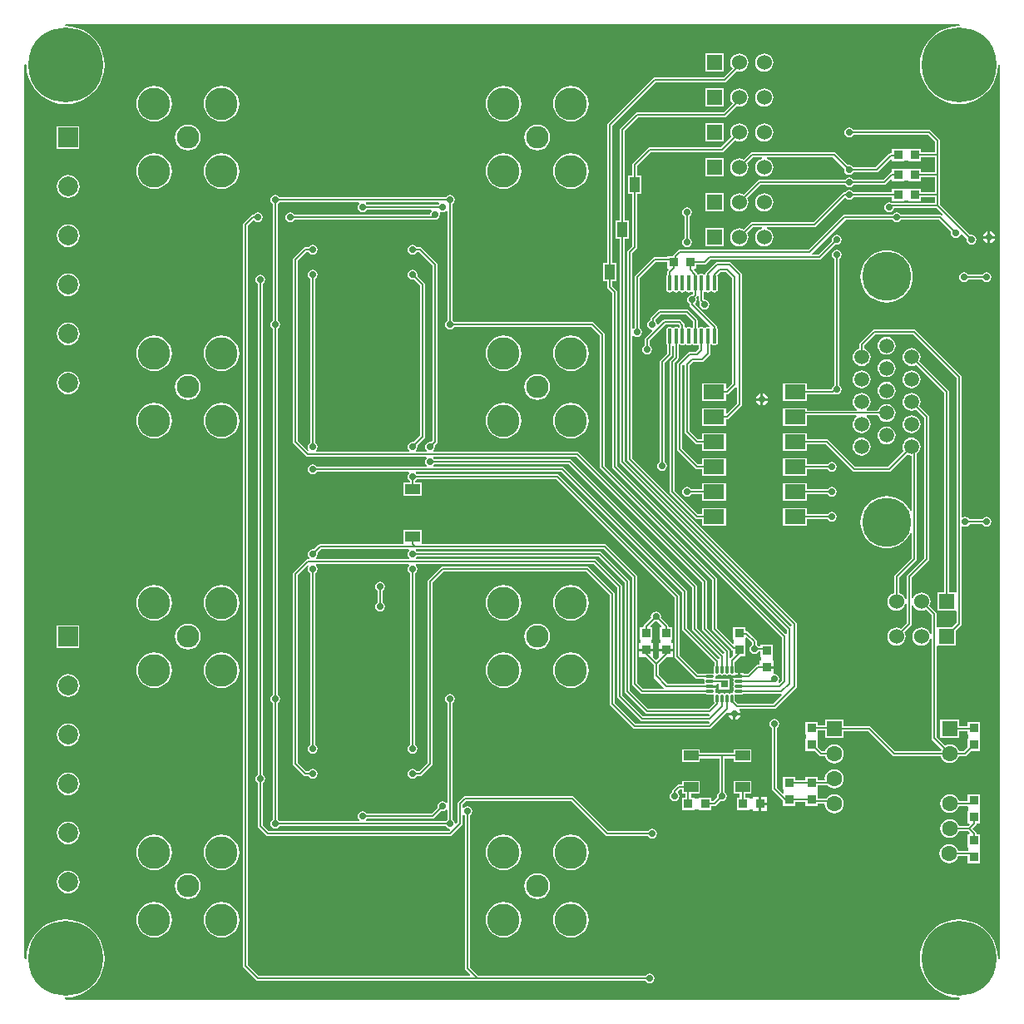
<source format=gtl>
G04*
G04 #@! TF.GenerationSoftware,Altium Limited,Altium Designer,22.1.2 (22)*
G04*
G04 Layer_Physical_Order=1*
G04 Layer_Color=255*
%FSLAX25Y25*%
%MOIN*%
G70*
G04*
G04 #@! TF.SameCoordinates,8EC6406F-258D-449A-8705-EE3481E119B6*
G04*
G04*
G04 #@! TF.FilePolarity,Positive*
G04*
G01*
G75*
%ADD14C,0.00800*%
%ADD16O,0.01575X0.06299*%
%ADD17R,0.08465X0.05906*%
%ADD18R,0.03740X0.03740*%
%ADD19R,0.03937X0.06299*%
%ADD20R,0.03740X0.03740*%
%ADD21O,0.01102X0.03347*%
%ADD22O,0.03347X0.01102*%
%ADD23R,0.03150X0.03150*%
%ADD24R,0.06102X0.03937*%
%ADD25R,0.06299X0.03937*%
%ADD48C,0.00600*%
%ADD49C,0.05906*%
%ADD50C,0.19685*%
%ADD51C,0.06000*%
%ADD52R,0.06000X0.06000*%
%ADD53C,0.30000*%
%ADD54C,0.03000*%
%ADD55C,0.06299*%
%ADD56C,0.13000*%
%ADD57C,0.07874*%
%ADD58R,0.07874X0.07874*%
%ADD59C,0.09000*%
%ADD60R,0.06299X0.06299*%
%ADD61C,0.02800*%
G36*
X678414Y494086D02*
X678204Y493632D01*
X678000Y493648D01*
X675552Y493456D01*
X673164Y492882D01*
X670896Y491943D01*
X668802Y490660D01*
X666935Y489065D01*
X665340Y487198D01*
X664057Y485104D01*
X663118Y482836D01*
X662544Y480448D01*
X662352Y478000D01*
X662544Y475552D01*
X663118Y473164D01*
X664057Y470896D01*
X665340Y468802D01*
X666935Y466935D01*
X668802Y465340D01*
X670896Y464057D01*
X673164Y463118D01*
X675552Y462544D01*
X678000Y462352D01*
X680448Y462544D01*
X682836Y463118D01*
X685104Y464057D01*
X687198Y465340D01*
X689065Y466935D01*
X690660Y468802D01*
X691943Y470896D01*
X692882Y473164D01*
X693456Y475552D01*
X693648Y478000D01*
X693632Y478204D01*
X694086Y478414D01*
X694500Y478000D01*
Y120000D01*
X694086Y119586D01*
X693632Y119796D01*
X693648Y120000D01*
X693456Y122448D01*
X692882Y124836D01*
X691943Y127104D01*
X690660Y129198D01*
X689065Y131065D01*
X687198Y132660D01*
X685104Y133943D01*
X682836Y134882D01*
X680448Y135456D01*
X678000Y135648D01*
X675552Y135456D01*
X673164Y134882D01*
X670896Y133943D01*
X668802Y132660D01*
X666935Y131065D01*
X665340Y129198D01*
X664057Y127104D01*
X663118Y124836D01*
X662544Y122448D01*
X662352Y120000D01*
X662544Y117552D01*
X663118Y115164D01*
X664057Y112896D01*
X665340Y110802D01*
X666935Y108935D01*
X668802Y107340D01*
X670896Y106057D01*
X673164Y105118D01*
X675552Y104544D01*
X678000Y104352D01*
X678204Y104368D01*
X678414Y103914D01*
X678000Y103500D01*
X320000D01*
X319586Y103914D01*
X319796Y104368D01*
X320000Y104352D01*
X322448Y104544D01*
X324836Y105118D01*
X327104Y106057D01*
X329198Y107340D01*
X331065Y108935D01*
X332660Y110802D01*
X333943Y112896D01*
X334882Y115164D01*
X335456Y117552D01*
X335648Y120000D01*
X335456Y122448D01*
X334882Y124836D01*
X333943Y127104D01*
X332660Y129198D01*
X331065Y131065D01*
X329198Y132660D01*
X327104Y133943D01*
X324836Y134882D01*
X322448Y135456D01*
X320000Y135648D01*
X317552Y135456D01*
X315164Y134882D01*
X312896Y133943D01*
X310802Y132660D01*
X308935Y131065D01*
X307340Y129198D01*
X306057Y127104D01*
X305118Y124836D01*
X304544Y122448D01*
X304352Y120000D01*
X304368Y119796D01*
X303914Y119586D01*
X303500Y120000D01*
Y478000D01*
X303914Y478414D01*
X304368Y478204D01*
X304352Y478000D01*
X304544Y475552D01*
X305118Y473164D01*
X306057Y470896D01*
X307340Y468802D01*
X308935Y466935D01*
X310802Y465340D01*
X312896Y464057D01*
X315164Y463118D01*
X317552Y462544D01*
X320000Y462352D01*
X322448Y462544D01*
X324836Y463118D01*
X327104Y464057D01*
X329198Y465340D01*
X331065Y466935D01*
X332660Y468802D01*
X333943Y470896D01*
X334882Y473164D01*
X335456Y475552D01*
X335648Y478000D01*
X335456Y480448D01*
X334882Y482836D01*
X333943Y485104D01*
X332660Y487198D01*
X331065Y489065D01*
X329198Y490660D01*
X327104Y491943D01*
X324836Y492882D01*
X322448Y493456D01*
X320000Y493648D01*
X319796Y493632D01*
X319586Y494086D01*
X320000Y494500D01*
X678000D01*
X678414Y494086D01*
D02*
G37*
%LPC*%
G36*
X583600Y482600D02*
X576400D01*
Y475400D01*
X583600D01*
Y482600D01*
D02*
G37*
G36*
X600000Y482631D02*
X599060Y482507D01*
X598184Y482145D01*
X597432Y481568D01*
X596855Y480816D01*
X596493Y479940D01*
X596369Y479000D01*
X596493Y478060D01*
X596855Y477184D01*
X597432Y476432D01*
X598184Y475855D01*
X599060Y475493D01*
X600000Y475369D01*
X600940Y475493D01*
X601816Y475855D01*
X602568Y476432D01*
X603145Y477184D01*
X603507Y478060D01*
X603631Y479000D01*
X603507Y479940D01*
X603145Y480816D01*
X602568Y481568D01*
X601816Y482145D01*
X600940Y482507D01*
X600000Y482631D01*
D02*
G37*
G36*
X590000D02*
X589060Y482507D01*
X588184Y482145D01*
X587432Y481568D01*
X586855Y480816D01*
X586493Y479940D01*
X586369Y479000D01*
X586493Y478060D01*
X586855Y477184D01*
X587241Y476683D01*
X583578Y473020D01*
X556000D01*
X555610Y472942D01*
X555279Y472721D01*
X537279Y454721D01*
X537058Y454390D01*
X536980Y454000D01*
Y398750D01*
X535431D01*
Y391250D01*
X536980D01*
Y389000D01*
X537058Y388610D01*
X537279Y388279D01*
X538980Y386578D01*
Y317000D01*
X539058Y316610D01*
X539279Y316279D01*
X606980Y248578D01*
Y231422D01*
X605897Y230338D01*
X605508Y230657D01*
X605884Y231220D01*
X606039Y232000D01*
X605884Y232780D01*
X605442Y233442D01*
X604780Y233884D01*
X604000Y234039D01*
X603870Y234146D01*
Y236154D01*
X601000D01*
Y237154D01*
X603870D01*
Y239524D01*
X603224D01*
Y240787D01*
X603284Y240876D01*
X603470D01*
Y245816D01*
X598530D01*
Y245020D01*
X597724D01*
X597442Y245442D01*
X597020Y245724D01*
Y247000D01*
X596942Y247390D01*
X596721Y247721D01*
X593505Y250937D01*
X593175Y251158D01*
X592784Y251235D01*
X592470D01*
Y252817D01*
X587530D01*
Y247876D01*
X587716D01*
X587776Y247787D01*
Y246373D01*
X587309Y246133D01*
X581020Y252422D01*
Y272000D01*
X580942Y272390D01*
X580721Y272721D01*
X536020Y317422D01*
Y370000D01*
X535942Y370390D01*
X535721Y370721D01*
X531721Y374721D01*
X531390Y374942D01*
X531000Y375020D01*
X475724D01*
X475442Y375442D01*
X475020Y375724D01*
Y422276D01*
X475442Y422558D01*
X475884Y423220D01*
X476039Y424000D01*
X475884Y424780D01*
X475442Y425442D01*
X474780Y425884D01*
X474000Y426039D01*
X473220Y425884D01*
X472558Y425442D01*
X472276Y425020D01*
X405724D01*
X405442Y425442D01*
X404780Y425884D01*
X404000Y426039D01*
X403220Y425884D01*
X402558Y425442D01*
X402116Y424780D01*
X401961Y424000D01*
X402116Y423220D01*
X402558Y422558D01*
X402980Y422276D01*
Y375724D01*
X402558Y375442D01*
X402116Y374780D01*
X401961Y374000D01*
X402116Y373220D01*
X402558Y372558D01*
X402980Y372276D01*
Y225724D01*
X402558Y225442D01*
X402116Y224780D01*
X401961Y224000D01*
X402116Y223220D01*
X402558Y222558D01*
X402980Y222276D01*
Y175724D01*
X402558Y175442D01*
X402116Y174780D01*
X401961Y174000D01*
X402116Y173220D01*
X402558Y172558D01*
X403220Y172116D01*
X404000Y171961D01*
X404780Y172116D01*
X405442Y172558D01*
X405724Y172980D01*
X472276D01*
X472558Y172558D01*
X473220Y172116D01*
X473843Y171992D01*
X474060Y171502D01*
X473578Y171020D01*
X401422D01*
X399020Y173422D01*
Y190276D01*
X399442Y190558D01*
X399884Y191220D01*
X400039Y192000D01*
X399884Y192780D01*
X399442Y193442D01*
X399020Y193724D01*
Y390276D01*
X399442Y390558D01*
X399884Y391220D01*
X400039Y392000D01*
X399884Y392780D01*
X399442Y393442D01*
X398780Y393884D01*
X398000Y394039D01*
X397220Y393884D01*
X396558Y393442D01*
X396116Y392780D01*
X395961Y392000D01*
X396116Y391220D01*
X396558Y390558D01*
X396980Y390276D01*
Y193724D01*
X396558Y193442D01*
X396116Y192780D01*
X395961Y192000D01*
X396116Y191220D01*
X396558Y190558D01*
X396980Y190276D01*
Y173000D01*
X397058Y172610D01*
X397279Y172279D01*
X400279Y169279D01*
X400610Y169058D01*
X401000Y168980D01*
X474000D01*
X474390Y169058D01*
X474721Y169279D01*
X478721Y173279D01*
X478942Y173610D01*
X479020Y174000D01*
Y177464D01*
X479520Y177616D01*
X479558Y177558D01*
X479980Y177276D01*
Y116000D01*
X480058Y115610D01*
X480279Y115279D01*
X482077Y113481D01*
X481885Y113020D01*
X397422D01*
X393020Y117422D01*
Y413578D01*
X395056Y415614D01*
X395553Y415565D01*
X395558Y415558D01*
X396220Y415116D01*
X397000Y414961D01*
X397780Y415116D01*
X398442Y415558D01*
X398884Y416220D01*
X399039Y417000D01*
X398884Y417780D01*
X398442Y418442D01*
X397780Y418884D01*
X397000Y419039D01*
X396220Y418884D01*
X395558Y418442D01*
X395276Y418020D01*
X395000D01*
X394610Y417942D01*
X394279Y417721D01*
X391279Y414721D01*
X391058Y414390D01*
X390980Y414000D01*
Y117000D01*
X391058Y116610D01*
X391279Y116279D01*
X396279Y111279D01*
X396610Y111058D01*
X397000Y110980D01*
X552276D01*
X552558Y110558D01*
X553220Y110116D01*
X554000Y109961D01*
X554780Y110116D01*
X555442Y110558D01*
X555884Y111220D01*
X556039Y112000D01*
X555884Y112780D01*
X555442Y113442D01*
X554780Y113884D01*
X554000Y114039D01*
X553220Y113884D01*
X552558Y113442D01*
X552276Y113020D01*
X485422D01*
X482020Y116422D01*
Y177276D01*
X482442Y177558D01*
X482884Y178220D01*
X483039Y179000D01*
X482884Y179780D01*
X482442Y180442D01*
X481780Y180884D01*
X481000Y181039D01*
X480220Y180884D01*
X479558Y180442D01*
X479520Y180384D01*
X479020Y180536D01*
Y181578D01*
X480422Y182980D01*
X522578D01*
X536279Y169279D01*
X536610Y169058D01*
X537000Y168980D01*
X553276D01*
X553558Y168558D01*
X554220Y168116D01*
X555000Y167961D01*
X555780Y168116D01*
X556442Y168558D01*
X556884Y169220D01*
X557039Y170000D01*
X556884Y170780D01*
X556442Y171442D01*
X555780Y171884D01*
X555000Y172039D01*
X554220Y171884D01*
X553558Y171442D01*
X553276Y171020D01*
X537422D01*
X523721Y184721D01*
X523390Y184942D01*
X523000Y185020D01*
X480000D01*
X479610Y184942D01*
X479279Y184721D01*
X477279Y182721D01*
X477058Y182390D01*
X476980Y182000D01*
Y174422D01*
X476498Y173940D01*
X476008Y174157D01*
X475884Y174780D01*
X475442Y175442D01*
X475020Y175724D01*
Y222276D01*
X475442Y222558D01*
X475884Y223220D01*
X476039Y224000D01*
X475884Y224780D01*
X475442Y225442D01*
X474780Y225884D01*
X474000Y226039D01*
X473220Y225884D01*
X472558Y225442D01*
X472116Y224780D01*
X471961Y224000D01*
X472116Y223220D01*
X472558Y222558D01*
X472980Y222276D01*
Y182536D01*
X472480Y182384D01*
X472442Y182442D01*
X471780Y182884D01*
X471000Y183039D01*
X470220Y182884D01*
X469558Y182442D01*
X469116Y181780D01*
X468961Y181000D01*
X469060Y180502D01*
X466578Y178020D01*
X440724D01*
X440442Y178442D01*
X439780Y178884D01*
X439000Y179039D01*
X438220Y178884D01*
X437558Y178442D01*
X437116Y177780D01*
X436961Y177000D01*
X437116Y176220D01*
X437558Y175558D01*
X437616Y175520D01*
X437464Y175020D01*
X405724D01*
X405442Y175442D01*
X405020Y175724D01*
Y222276D01*
X405442Y222558D01*
X405884Y223220D01*
X406039Y224000D01*
X405884Y224780D01*
X405442Y225442D01*
X405020Y225724D01*
Y372276D01*
X405442Y372558D01*
X405884Y373220D01*
X406039Y374000D01*
X405884Y374780D01*
X405442Y375442D01*
X405020Y375724D01*
Y422276D01*
X405442Y422558D01*
X405724Y422980D01*
X437464D01*
X437616Y422480D01*
X437558Y422442D01*
X437116Y421780D01*
X436961Y421000D01*
X437116Y420220D01*
X437558Y419558D01*
X438220Y419116D01*
X439000Y418961D01*
X439780Y419116D01*
X440442Y419558D01*
X440724Y419980D01*
X466464D01*
X466616Y419480D01*
X466558Y419442D01*
X466116Y418780D01*
X465965Y418020D01*
X411724D01*
X411442Y418442D01*
X410780Y418884D01*
X410000Y419039D01*
X409220Y418884D01*
X408558Y418442D01*
X408116Y417780D01*
X407961Y417000D01*
X408116Y416220D01*
X408558Y415558D01*
X409220Y415116D01*
X410000Y414961D01*
X410780Y415116D01*
X411442Y415558D01*
X411724Y415980D01*
X467000D01*
X467390Y416058D01*
X467418Y416077D01*
X468000Y415961D01*
X468780Y416116D01*
X469442Y416558D01*
X469884Y417220D01*
X470039Y418000D01*
X469894Y418733D01*
X470062Y418938D01*
X470267Y419106D01*
X471000Y418961D01*
X471780Y419116D01*
X472442Y419558D01*
X472480Y419616D01*
X472980Y419464D01*
Y375724D01*
X472558Y375442D01*
X472116Y374780D01*
X471961Y374000D01*
X472116Y373220D01*
X472558Y372558D01*
X473220Y372116D01*
X474000Y371961D01*
X474780Y372116D01*
X475442Y372558D01*
X475724Y372980D01*
X530578D01*
X533980Y369578D01*
Y317000D01*
X534058Y316610D01*
X534279Y316279D01*
X578980Y271578D01*
Y252000D01*
X579058Y251610D01*
X579279Y251279D01*
X586860Y243698D01*
X587191Y243477D01*
X587530Y243409D01*
Y241279D01*
X586520Y240269D01*
X586020Y240476D01*
Y243000D01*
X585942Y243390D01*
X585721Y243721D01*
X577020Y252422D01*
Y271000D01*
X576942Y271390D01*
X576721Y271721D01*
X525721Y322721D01*
X525390Y322942D01*
X525000Y323020D01*
X467536Y323020D01*
X467384Y323520D01*
X467442Y323558D01*
X467884Y324220D01*
X468039Y325000D01*
X467940Y325498D01*
X468721Y326279D01*
X468942Y326610D01*
X469020Y327000D01*
Y398000D01*
X468942Y398390D01*
X468721Y398721D01*
X462721Y404721D01*
X462390Y404942D01*
X462000Y405020D01*
X460724D01*
X460442Y405442D01*
X459780Y405884D01*
X459000Y406039D01*
X458220Y405884D01*
X457558Y405442D01*
X457116Y404780D01*
X456961Y404000D01*
X457116Y403220D01*
X457558Y402558D01*
X458220Y402116D01*
X459000Y401961D01*
X459780Y402116D01*
X460442Y402558D01*
X460724Y402980D01*
X461578D01*
X466980Y397578D01*
Y327422D01*
X466498Y326940D01*
X466000Y327039D01*
X465220Y326884D01*
X464558Y326442D01*
X464116Y325780D01*
X463961Y325000D01*
X464116Y324220D01*
X464558Y323558D01*
X464616Y323520D01*
X464464Y323020D01*
X460536D01*
X460384Y323520D01*
X460442Y323558D01*
X460884Y324220D01*
X461039Y325000D01*
X460940Y325498D01*
X463721Y328279D01*
X463942Y328610D01*
X464020Y329000D01*
Y390000D01*
X463942Y390390D01*
X463721Y390721D01*
X460940Y393502D01*
X461039Y394000D01*
X460884Y394780D01*
X460442Y395442D01*
X459780Y395884D01*
X459000Y396039D01*
X458220Y395884D01*
X457558Y395442D01*
X457116Y394780D01*
X456961Y394000D01*
X457116Y393220D01*
X457558Y392558D01*
X458220Y392116D01*
X459000Y391961D01*
X459498Y392060D01*
X461980Y389578D01*
Y329422D01*
X459498Y326940D01*
X459000Y327039D01*
X458220Y326884D01*
X457558Y326442D01*
X457116Y325780D01*
X456961Y325000D01*
X457116Y324220D01*
X457558Y323558D01*
X457616Y323520D01*
X457464Y323020D01*
X420536D01*
X420384Y323520D01*
X420442Y323558D01*
X420884Y324220D01*
X421039Y325000D01*
X420884Y325780D01*
X420442Y326442D01*
X420020Y326724D01*
Y392276D01*
X420442Y392558D01*
X420884Y393220D01*
X421039Y394000D01*
X420884Y394780D01*
X420442Y395442D01*
X419780Y395884D01*
X419000Y396039D01*
X418220Y395884D01*
X417558Y395442D01*
X417116Y394780D01*
X416961Y394000D01*
X417116Y393220D01*
X417558Y392558D01*
X417980Y392276D01*
Y326724D01*
X417558Y326442D01*
X417116Y325780D01*
X416961Y325000D01*
X417116Y324220D01*
X417492Y323657D01*
X417103Y323338D01*
X413020Y327422D01*
Y399578D01*
X416422Y402980D01*
X417276D01*
X417558Y402558D01*
X418220Y402116D01*
X419000Y401961D01*
X419780Y402116D01*
X420442Y402558D01*
X420884Y403220D01*
X421039Y404000D01*
X420884Y404780D01*
X420442Y405442D01*
X419780Y405884D01*
X419000Y406039D01*
X418220Y405884D01*
X417558Y405442D01*
X417276Y405020D01*
X416000D01*
X415610Y404942D01*
X415279Y404721D01*
X411279Y400721D01*
X411058Y400390D01*
X410980Y400000D01*
Y327000D01*
X410980Y327000D01*
X411058Y326610D01*
X411279Y326279D01*
X416279Y321279D01*
X416610Y321058D01*
X417000Y320980D01*
X464464D01*
X464616Y320480D01*
X464558Y320442D01*
X464116Y319780D01*
X463961Y319000D01*
X464116Y318220D01*
X464558Y317558D01*
X464616Y317520D01*
X464464Y317020D01*
X420724D01*
X420442Y317442D01*
X419780Y317884D01*
X419000Y318039D01*
X418220Y317884D01*
X417558Y317442D01*
X417116Y316780D01*
X416961Y316000D01*
X417116Y315220D01*
X417558Y314558D01*
X418220Y314116D01*
X419000Y313961D01*
X419780Y314116D01*
X420442Y314558D01*
X420724Y314980D01*
X457464D01*
X457616Y314480D01*
X457558Y314442D01*
X457116Y313780D01*
X456961Y313000D01*
X457116Y312220D01*
X457558Y311558D01*
X457980Y311276D01*
Y310568D01*
X455250D01*
Y305432D01*
X462750D01*
Y310568D01*
X460020D01*
Y311276D01*
X460442Y311558D01*
X460724Y311980D01*
X516578D01*
X563980Y264578D01*
Y241000D01*
X564058Y240610D01*
X564279Y240279D01*
X572326Y232232D01*
X572657Y232011D01*
X573047Y231933D01*
X575719D01*
X575986Y231433D01*
X575897Y230984D01*
X575986Y230535D01*
X576022Y230482D01*
X576005Y230398D01*
X575730Y230020D01*
X561245D01*
X557610Y233655D01*
Y237593D01*
X560800Y240784D01*
X563445D01*
Y243154D01*
X560575D01*
X557705D01*
Y240784D01*
X557705Y240784D01*
X557705D01*
X557500Y240367D01*
X556575Y239442D01*
X555652Y240365D01*
X555445Y240784D01*
X555445D01*
X555445Y240784D01*
Y243154D01*
X552575D01*
X549705D01*
Y240784D01*
X552349D01*
X555571Y237562D01*
Y233232D01*
X555649Y232842D01*
X555870Y232511D01*
X559861Y228520D01*
X559654Y228020D01*
X551422D01*
X549020Y230422D01*
Y273000D01*
X548942Y273390D01*
X548721Y273721D01*
X536721Y285721D01*
X536390Y285942D01*
X536000Y286020D01*
X462962D01*
X462750Y286432D01*
Y291568D01*
X455250D01*
Y286432D01*
X455038Y286020D01*
X422000D01*
X421610Y285942D01*
X421279Y285721D01*
X419498Y283940D01*
X419000Y284039D01*
X418220Y283884D01*
X417558Y283442D01*
X417116Y282780D01*
X416961Y282000D01*
X417116Y281220D01*
X417558Y280558D01*
X417616Y280520D01*
X417464Y280020D01*
X417000D01*
X416610Y279942D01*
X416279Y279721D01*
X411279Y274721D01*
X411058Y274390D01*
X410980Y274000D01*
Y198000D01*
X411058Y197610D01*
X411279Y197279D01*
X415279Y193279D01*
X415610Y193058D01*
X416000Y192980D01*
X417276D01*
X417558Y192558D01*
X418220Y192116D01*
X419000Y191961D01*
X419780Y192116D01*
X420442Y192558D01*
X420884Y193220D01*
X421039Y194000D01*
X420884Y194780D01*
X420442Y195442D01*
X419780Y195884D01*
X419000Y196039D01*
X418220Y195884D01*
X417558Y195442D01*
X417276Y195020D01*
X416422D01*
X413020Y198422D01*
Y273578D01*
X417103Y277662D01*
X417492Y277343D01*
X417116Y276780D01*
X416961Y276000D01*
X417116Y275220D01*
X417558Y274558D01*
X417980Y274276D01*
Y205724D01*
X417558Y205442D01*
X417116Y204780D01*
X416961Y204000D01*
X417116Y203220D01*
X417558Y202558D01*
X418220Y202116D01*
X419000Y201961D01*
X419780Y202116D01*
X420442Y202558D01*
X420884Y203220D01*
X421039Y204000D01*
X420884Y204780D01*
X420442Y205442D01*
X420020Y205724D01*
Y274276D01*
X420442Y274558D01*
X420884Y275220D01*
X421039Y276000D01*
X420884Y276780D01*
X420442Y277442D01*
X420384Y277480D01*
X420536Y277980D01*
X457464D01*
X457616Y277480D01*
X457558Y277442D01*
X457116Y276780D01*
X456961Y276000D01*
X457116Y275220D01*
X457558Y274558D01*
X457980Y274276D01*
Y205724D01*
X457558Y205442D01*
X457116Y204780D01*
X456961Y204000D01*
X457116Y203220D01*
X457558Y202558D01*
X458220Y202116D01*
X459000Y201961D01*
X459780Y202116D01*
X460442Y202558D01*
X460884Y203220D01*
X461039Y204000D01*
X460884Y204780D01*
X460442Y205442D01*
X460020Y205724D01*
Y274276D01*
X460442Y274558D01*
X460884Y275220D01*
X461039Y276000D01*
X460884Y276780D01*
X460442Y277442D01*
X460384Y277480D01*
X460536Y277980D01*
X531578D01*
X540980Y268578D01*
Y225000D01*
X541058Y224610D01*
X541279Y224279D01*
X550279Y215279D01*
X550610Y215058D01*
X551000Y214980D01*
X577831D01*
X578052Y214535D01*
X578056Y214498D01*
X577578Y214020D01*
X548422D01*
X540020Y222422D01*
Y266000D01*
X539942Y266390D01*
X539721Y266721D01*
X529721Y276721D01*
X529390Y276942D01*
X529000Y277020D01*
X471000D01*
X470610Y276942D01*
X470279Y276721D01*
X465279Y271721D01*
X465058Y271390D01*
X464980Y271000D01*
Y198422D01*
X461578Y195020D01*
X460724D01*
X460442Y195442D01*
X459780Y195884D01*
X459000Y196039D01*
X458220Y195884D01*
X457558Y195442D01*
X457116Y194780D01*
X456961Y194000D01*
X457116Y193220D01*
X457558Y192558D01*
X458220Y192116D01*
X459000Y191961D01*
X459780Y192116D01*
X460442Y192558D01*
X460724Y192980D01*
X462000D01*
X462390Y193058D01*
X462721Y193279D01*
X466721Y197279D01*
X466942Y197610D01*
X467020Y198000D01*
Y270578D01*
X471422Y274980D01*
X528578D01*
X537980Y265578D01*
Y222000D01*
X538058Y221610D01*
X538279Y221279D01*
X547279Y212279D01*
X547610Y212058D01*
X548000Y211980D01*
X578000D01*
X578390Y212058D01*
X578721Y212279D01*
X585192Y218751D01*
X585653Y218504D01*
X585652Y218500D01*
X590348D01*
X590261Y218936D01*
X589897Y219480D01*
X590165Y219980D01*
X604000D01*
X604390Y220058D01*
X604721Y220279D01*
X612721Y228279D01*
X612942Y228610D01*
X613020Y229000D01*
Y254000D01*
X612942Y254390D01*
X612721Y254721D01*
X547020Y320422D01*
Y369464D01*
X547520Y369616D01*
X547558Y369558D01*
X548220Y369116D01*
X549000Y368961D01*
X549780Y369116D01*
X550442Y369558D01*
X550884Y370220D01*
X551039Y371000D01*
X550884Y371780D01*
X550442Y372442D01*
X550020Y372724D01*
Y392578D01*
X556422Y398980D01*
X561184D01*
Y396530D01*
X561435D01*
X561626Y396068D01*
X561322Y395764D01*
X561101Y395433D01*
X561024Y395043D01*
Y393964D01*
X560736Y393533D01*
X560629Y392992D01*
Y388268D01*
X560736Y387726D01*
X561043Y387267D01*
X561502Y386961D01*
X562043Y386853D01*
X562585Y386961D01*
X563014Y387248D01*
X563157Y387311D01*
X563489D01*
X563632Y387248D01*
X564061Y386961D01*
X564602Y386853D01*
X565144Y386961D01*
X565603Y387267D01*
X565632Y387311D01*
X566132D01*
X566161Y387267D01*
X566620Y386961D01*
X567161Y386853D01*
X567703Y386961D01*
X568132Y387248D01*
X568275Y387311D01*
X568607D01*
X568750Y387248D01*
X569179Y386961D01*
X569721Y386853D01*
X570262Y386961D01*
X570721Y387267D01*
X571161Y387026D01*
X571260Y386944D01*
Y386422D01*
X571000Y386039D01*
X570220Y385884D01*
X569558Y385442D01*
X569116Y384780D01*
X568961Y384000D01*
X569116Y383220D01*
X569558Y382558D01*
X569980Y382276D01*
Y381910D01*
X570058Y381520D01*
X570279Y381189D01*
X577914Y373554D01*
X577668Y373093D01*
X577398Y373147D01*
X576856Y373039D01*
X576397Y372732D01*
X576368Y372689D01*
X575868D01*
X575839Y372732D01*
X575380Y373039D01*
X574839Y373147D01*
X574297Y373039D01*
X573838Y372732D01*
X573398Y372974D01*
X573299Y373056D01*
Y375721D01*
X573221Y376111D01*
X573000Y376441D01*
X569721Y379721D01*
X569390Y379942D01*
X569000Y380020D01*
X558000D01*
X557610Y379942D01*
X557279Y379721D01*
X554579Y377021D01*
X554358Y376690D01*
X554280Y376300D01*
Y375896D01*
X554220Y375884D01*
X553558Y375442D01*
X553116Y374780D01*
X552961Y374000D01*
X553116Y373220D01*
X553558Y372558D01*
X554220Y372116D01*
X554843Y371992D01*
X555060Y371502D01*
X552279Y368721D01*
X552058Y368390D01*
X551980Y368000D01*
Y365724D01*
X551558Y365442D01*
X551116Y364780D01*
X550961Y364000D01*
X551116Y363220D01*
X551558Y362558D01*
X552220Y362116D01*
X553000Y361961D01*
X553780Y362116D01*
X554442Y362558D01*
X554884Y363220D01*
X555039Y364000D01*
X554884Y364780D01*
X554442Y365442D01*
X554020Y365724D01*
Y367578D01*
X560422Y373980D01*
X565578D01*
X566142Y373416D01*
Y372826D01*
X565822Y372689D01*
X565632D01*
X565603Y372732D01*
X565144Y373039D01*
X564602Y373147D01*
X564061Y373039D01*
X563632Y372752D01*
X563489Y372689D01*
X563157D01*
X563014Y372752D01*
X562585Y373039D01*
X562043Y373147D01*
X561502Y373039D01*
X561043Y372732D01*
X560736Y372274D01*
X560629Y371732D01*
Y367008D01*
X560736Y366466D01*
X561024Y366037D01*
Y362466D01*
X558279Y359721D01*
X558058Y359390D01*
X557980Y359000D01*
Y319148D01*
X557558Y318866D01*
X557116Y318205D01*
X556961Y317424D01*
X557116Y316644D01*
X557558Y315982D01*
X558220Y315540D01*
X559000Y315385D01*
X559780Y315540D01*
X560442Y315982D01*
X560884Y316644D01*
X561039Y317424D01*
X560884Y318205D01*
X560442Y318866D01*
X560020Y319148D01*
Y358578D01*
X562764Y361322D01*
X562985Y361653D01*
X563063Y362043D01*
Y365362D01*
X563323Y365512D01*
X563583Y365362D01*
Y361025D01*
X562279Y359721D01*
X562058Y359390D01*
X561980Y359000D01*
Y307000D01*
X562058Y306610D01*
X562279Y306279D01*
X572279Y296279D01*
X572610Y296058D01*
X573000Y295980D01*
X574928D01*
Y293447D01*
X584592D01*
Y300553D01*
X574928D01*
Y298020D01*
X573422D01*
X564020Y307422D01*
Y358578D01*
X565323Y359881D01*
X565544Y360212D01*
X565622Y360602D01*
Y365915D01*
X565941Y366051D01*
X566132D01*
X566161Y366008D01*
X566620Y365701D01*
X567161Y365593D01*
X567703Y365701D01*
X568132Y365988D01*
X568275Y366051D01*
X568607D01*
X568750Y365988D01*
X569179Y365701D01*
X569721Y365593D01*
X570262Y365701D01*
X570721Y366008D01*
X570750Y366051D01*
X571250D01*
X571279Y366008D01*
X571738Y365701D01*
X572280Y365593D01*
X572821Y365701D01*
X573280Y366008D01*
X573720Y365766D01*
X573819Y365684D01*
Y364261D01*
X572578Y363020D01*
X570000D01*
X569610Y362942D01*
X569279Y362721D01*
X565279Y358721D01*
X565058Y358390D01*
X564980Y358000D01*
Y324000D01*
X565058Y323610D01*
X565279Y323279D01*
X572279Y316279D01*
X572610Y316058D01*
X573000Y315980D01*
X574928D01*
Y313447D01*
X584592D01*
Y320553D01*
X574928D01*
Y318020D01*
X573422D01*
X567020Y324422D01*
Y357578D01*
X567498Y358056D01*
X567535Y358052D01*
X567980Y357831D01*
Y331000D01*
X568058Y330610D01*
X568279Y330279D01*
X572279Y326279D01*
X572610Y326058D01*
X573000Y325980D01*
X574928D01*
Y323447D01*
X584592D01*
Y330553D01*
X574928D01*
Y328020D01*
X573422D01*
X570020Y331422D01*
Y357578D01*
X571422Y358980D01*
X575000D01*
X575390Y359058D01*
X575721Y359279D01*
X578119Y361677D01*
X578340Y362007D01*
X578417Y362398D01*
Y365915D01*
X578737Y366051D01*
X578927D01*
X578956Y366008D01*
X579415Y365701D01*
X579957Y365593D01*
X580498Y365701D01*
X580957Y366008D01*
X581264Y366466D01*
X581371Y367008D01*
Y371732D01*
X581264Y372274D01*
X580976Y372704D01*
Y372953D01*
X580899Y373343D01*
X580678Y373674D01*
X572332Y382020D01*
X572381Y382517D01*
X572442Y382558D01*
X572884Y383220D01*
X573039Y384000D01*
X572884Y384780D01*
X572781Y384934D01*
X573000Y385154D01*
X573221Y385485D01*
X573299Y385875D01*
Y386621D01*
X573559Y386771D01*
X573819Y386621D01*
Y383757D01*
X573897Y383367D01*
X574118Y383036D01*
X574219Y382934D01*
X574116Y382780D01*
X573961Y382000D01*
X574116Y381220D01*
X574558Y380558D01*
X575220Y380116D01*
X576000Y379961D01*
X576780Y380116D01*
X577442Y380558D01*
X577884Y381220D01*
X578039Y382000D01*
X577884Y382780D01*
X577442Y383442D01*
X576780Y383884D01*
X576000Y384039D01*
X575858Y384501D01*
Y387174D01*
X576178Y387311D01*
X576368D01*
X576397Y387267D01*
X576856Y386961D01*
X577398Y386853D01*
X577939Y386961D01*
X578368Y387248D01*
X578511Y387311D01*
X578843D01*
X578986Y387248D01*
X579415Y386961D01*
X579957Y386853D01*
X580498Y386961D01*
X580957Y387267D01*
X581264Y387726D01*
X581371Y388268D01*
Y392992D01*
X581264Y393533D01*
X581148Y393706D01*
X582422Y394980D01*
X584578D01*
X586980Y392578D01*
Y350422D01*
X585054Y348496D01*
X584592Y348687D01*
Y350553D01*
X574928D01*
Y343447D01*
X584592D01*
Y345980D01*
X585000D01*
X585390Y346058D01*
X585721Y346279D01*
X588480Y349039D01*
X588980Y348831D01*
Y342422D01*
X585054Y338496D01*
X584592Y338687D01*
Y340553D01*
X574928D01*
Y333447D01*
X584592D01*
Y335980D01*
X585000D01*
X585390Y336058D01*
X585721Y336279D01*
X590721Y341279D01*
X590942Y341610D01*
X591020Y342000D01*
Y394000D01*
X590942Y394390D01*
X590721Y394721D01*
X586721Y398721D01*
X586390Y398942D01*
X586000Y399020D01*
X581000D01*
X580610Y398942D01*
X580279Y398721D01*
X576677Y395119D01*
X576456Y394788D01*
X576378Y394398D01*
Y394085D01*
X576058Y393949D01*
X575868D01*
X575839Y393992D01*
X575380Y394299D01*
X574839Y394407D01*
X574297Y394299D01*
X573868Y394012D01*
X573725Y393949D01*
X573668D01*
X573206Y394168D01*
X573129Y394558D01*
X572907Y394889D01*
X571766Y396030D01*
X571973Y396530D01*
X572817D01*
Y397980D01*
X576000D01*
X576390Y398058D01*
X576721Y398279D01*
X578422Y399980D01*
X622000D01*
X622390Y400058D01*
X622721Y400279D01*
X628502Y406060D01*
X629000Y405961D01*
X629780Y406116D01*
X630442Y406558D01*
X630884Y407220D01*
X631039Y408000D01*
X630884Y408780D01*
X630442Y409442D01*
X629780Y409884D01*
X629000Y410039D01*
X628220Y409884D01*
X627558Y409442D01*
X627116Y408780D01*
X626961Y408000D01*
X627060Y407502D01*
X621578Y402020D01*
X619381D01*
X619174Y402520D01*
X632635Y415980D01*
X651276D01*
X651558Y415558D01*
X652220Y415116D01*
X653000Y414961D01*
X653780Y415116D01*
X654442Y415558D01*
X654724Y415980D01*
X670045D01*
X674794Y411232D01*
X674694Y410734D01*
X674850Y409953D01*
X675292Y409292D01*
X675953Y408850D01*
X676734Y408695D01*
X677514Y408850D01*
X678176Y409292D01*
X678618Y409953D01*
X678664Y410189D01*
X679207Y410354D01*
X681060Y408500D01*
X680961Y408000D01*
X681116Y407220D01*
X681558Y406558D01*
X682220Y406116D01*
X683000Y405961D01*
X683780Y406116D01*
X684442Y406558D01*
X684884Y407220D01*
X685039Y408000D01*
X684884Y408780D01*
X684442Y409442D01*
X683780Y409884D01*
X683000Y410039D01*
X682504Y409941D01*
X670349Y422096D01*
Y426000D01*
Y434000D01*
Y442000D01*
Y447670D01*
X670272Y448061D01*
X670051Y448391D01*
X666721Y451721D01*
X666390Y451942D01*
X666000Y452020D01*
X635724D01*
X635442Y452442D01*
X634780Y452884D01*
X634000Y453039D01*
X633220Y452884D01*
X632558Y452442D01*
X632116Y451780D01*
X631961Y451000D01*
X632116Y450220D01*
X632558Y449558D01*
X633220Y449116D01*
X634000Y448961D01*
X634780Y449116D01*
X635442Y449558D01*
X635724Y449980D01*
X665578D01*
X668310Y447248D01*
Y443020D01*
X662816D01*
Y444470D01*
X657876D01*
Y444284D01*
X657787Y444224D01*
X656213D01*
X656124Y444284D01*
Y444470D01*
X651184D01*
Y442830D01*
X650811D01*
X650421Y442753D01*
X650090Y442532D01*
X644538Y436980D01*
X635724D01*
X635442Y437403D01*
X634780Y437845D01*
X634000Y438000D01*
X633502Y437901D01*
X628682Y442721D01*
X628351Y442942D01*
X627961Y443020D01*
X595000D01*
X594610Y442942D01*
X594279Y442721D01*
X591736Y440178D01*
X590940Y440507D01*
X590000Y440631D01*
X589060Y440507D01*
X588184Y440145D01*
X587432Y439568D01*
X586855Y438815D01*
X586493Y437940D01*
X586369Y437000D01*
X586493Y436060D01*
X586855Y435184D01*
X587432Y434432D01*
X588184Y433855D01*
X589060Y433493D01*
X590000Y433369D01*
X590940Y433493D01*
X591816Y433855D01*
X592568Y434432D01*
X593145Y435184D01*
X593507Y436060D01*
X593631Y437000D01*
X593507Y437940D01*
X593178Y438736D01*
X595422Y440980D01*
X598956D01*
X599060Y440507D01*
X598184Y440145D01*
X597432Y439568D01*
X596855Y438815D01*
X596493Y437940D01*
X596369Y437000D01*
X596493Y436060D01*
X596855Y435184D01*
X597432Y434432D01*
X598184Y433855D01*
X599060Y433493D01*
X600000Y433369D01*
X600940Y433493D01*
X601816Y433855D01*
X602568Y434432D01*
X603145Y435184D01*
X603507Y436060D01*
X603631Y437000D01*
X603507Y437940D01*
X603145Y438815D01*
X602568Y439568D01*
X601816Y440145D01*
X600940Y440507D01*
X601044Y440980D01*
X627538D01*
X632060Y436459D01*
X631961Y435961D01*
X632116Y435181D01*
X632558Y434519D01*
X633220Y434077D01*
X634000Y433922D01*
X634780Y434077D01*
X635442Y434519D01*
X635724Y434941D01*
X644961D01*
X645351Y435019D01*
X645682Y435240D01*
X650722Y440280D01*
X651184Y440088D01*
Y439530D01*
X656124D01*
Y439716D01*
X656213Y439776D01*
X657787D01*
X657876Y439716D01*
Y439530D01*
X662816D01*
Y440980D01*
X668310D01*
Y435020D01*
X662816D01*
Y436470D01*
X657876D01*
Y436284D01*
X657787Y436224D01*
X656213D01*
X656124Y436284D01*
Y436470D01*
X651184D01*
Y435020D01*
X651000D01*
X650610Y434942D01*
X650279Y434721D01*
X647578Y432020D01*
X635724D01*
X635442Y432442D01*
X634780Y432884D01*
X634000Y433039D01*
X633220Y432884D01*
X632558Y432442D01*
X632276Y432020D01*
X598000D01*
X597610Y431942D01*
X597279Y431721D01*
X591736Y426178D01*
X590940Y426507D01*
X590000Y426631D01*
X589060Y426507D01*
X588184Y426145D01*
X587432Y425568D01*
X586855Y424816D01*
X586493Y423940D01*
X586369Y423000D01*
X586493Y422060D01*
X586855Y421184D01*
X587432Y420432D01*
X588184Y419855D01*
X589060Y419493D01*
X590000Y419369D01*
X590940Y419493D01*
X591816Y419855D01*
X592568Y420432D01*
X593145Y421184D01*
X593507Y422060D01*
X593631Y423000D01*
X593507Y423940D01*
X593178Y424736D01*
X598422Y429980D01*
X632276D01*
X632558Y429558D01*
X633220Y429116D01*
X634000Y428961D01*
X634780Y429116D01*
X635442Y429558D01*
X635724Y429980D01*
X648000D01*
X648390Y430058D01*
X648721Y430279D01*
X650722Y432280D01*
X651184Y432088D01*
Y431530D01*
X656124D01*
Y431716D01*
X656213Y431776D01*
X657787D01*
X657876Y431716D01*
Y431530D01*
X662816D01*
Y432980D01*
X668310D01*
Y427020D01*
X662816D01*
Y428470D01*
X657876D01*
Y428284D01*
X657787Y428224D01*
X656213D01*
X656124Y428284D01*
Y428470D01*
X651184D01*
Y427020D01*
X635724D01*
X635442Y427442D01*
X634780Y427884D01*
X634000Y428039D01*
X633220Y427884D01*
X632558Y427442D01*
X632276Y427020D01*
X632000D01*
X631610Y426942D01*
X631279Y426721D01*
X619578Y415020D01*
X595000D01*
X594610Y414942D01*
X594279Y414721D01*
X591736Y412178D01*
X590940Y412507D01*
X590000Y412631D01*
X589060Y412507D01*
X588184Y412145D01*
X587432Y411568D01*
X586855Y410815D01*
X586493Y409940D01*
X586369Y409000D01*
X586493Y408060D01*
X586855Y407185D01*
X587432Y406432D01*
X588184Y405855D01*
X589060Y405493D01*
X590000Y405369D01*
X590940Y405493D01*
X591816Y405855D01*
X592568Y406432D01*
X593145Y407185D01*
X593507Y408060D01*
X593631Y409000D01*
X593507Y409940D01*
X593178Y410736D01*
X595422Y412980D01*
X598956D01*
X599060Y412507D01*
X598184Y412145D01*
X597432Y411568D01*
X596855Y410815D01*
X596493Y409940D01*
X596369Y409000D01*
X596493Y408060D01*
X596855Y407185D01*
X597432Y406432D01*
X598184Y405855D01*
X599060Y405493D01*
X600000Y405369D01*
X600940Y405493D01*
X601816Y405855D01*
X602568Y406432D01*
X603145Y407185D01*
X603507Y408060D01*
X603631Y409000D01*
X603507Y409940D01*
X603145Y410815D01*
X602568Y411568D01*
X601816Y412145D01*
X600940Y412507D01*
X601044Y412980D01*
X620000D01*
X620390Y413058D01*
X620721Y413279D01*
X632056Y424614D01*
X632553Y424565D01*
X632558Y424558D01*
X633220Y424116D01*
X634000Y423961D01*
X634780Y424116D01*
X635442Y424558D01*
X635724Y424980D01*
X651184D01*
Y423530D01*
X656124D01*
Y423716D01*
X656213Y423776D01*
X657787D01*
X657876Y423716D01*
Y423530D01*
X662816D01*
Y424980D01*
X668310D01*
Y422693D01*
X651160D01*
X651088Y422678D01*
X650780Y422884D01*
X650000Y423039D01*
X649220Y422884D01*
X648558Y422442D01*
X648116Y421780D01*
X647961Y421000D01*
X648116Y420220D01*
X648558Y419558D01*
X649220Y419116D01*
X650000Y418961D01*
X650780Y419116D01*
X651442Y419558D01*
X651884Y420220D01*
X651970Y420654D01*
X668907D01*
X671340Y418221D01*
X671021Y417833D01*
X670857Y417942D01*
X670467Y418020D01*
X654724D01*
X654442Y418442D01*
X653780Y418884D01*
X653000Y419039D01*
X652220Y418884D01*
X651558Y418442D01*
X651276Y418020D01*
X632213D01*
X631822Y417942D01*
X631492Y417721D01*
X617790Y404020D01*
X566000D01*
X565610Y403942D01*
X565279Y403721D01*
X563698Y402140D01*
X563477Y401809D01*
X563409Y401470D01*
X561184D01*
Y401020D01*
X556000D01*
X555610Y400942D01*
X555279Y400721D01*
X548279Y393721D01*
X548058Y393390D01*
X547980Y393000D01*
Y372724D01*
X547558Y372442D01*
X547520Y372384D01*
X547020Y372536D01*
Y402578D01*
X548721Y404279D01*
X548942Y404610D01*
X549020Y405000D01*
Y426250D01*
X550568D01*
Y433750D01*
X549020D01*
Y437578D01*
X554422Y442980D01*
X583000D01*
X583390Y443058D01*
X583721Y443279D01*
X588264Y447822D01*
X589060Y447493D01*
X590000Y447369D01*
X590940Y447493D01*
X591816Y447855D01*
X592568Y448432D01*
X593145Y449185D01*
X593507Y450060D01*
X593631Y451000D01*
X593507Y451940D01*
X593145Y452815D01*
X592568Y453568D01*
X591816Y454145D01*
X590940Y454507D01*
X590000Y454631D01*
X589060Y454507D01*
X588184Y454145D01*
X587432Y453568D01*
X586855Y452815D01*
X586493Y451940D01*
X586369Y451000D01*
X586493Y450060D01*
X586822Y449264D01*
X582578Y445020D01*
X554000D01*
X553610Y444942D01*
X553279Y444721D01*
X547279Y438721D01*
X547058Y438390D01*
X546980Y438000D01*
Y433750D01*
X545432D01*
Y426250D01*
X546980D01*
Y405422D01*
X545279Y403721D01*
X545058Y403390D01*
X544980Y403000D01*
Y320000D01*
X545058Y319610D01*
X545279Y319279D01*
X610927Y253631D01*
X610880Y253204D01*
X610419Y253023D01*
X544020Y319422D01*
Y408250D01*
X545569D01*
Y415750D01*
X544020D01*
Y451578D01*
X549422Y456980D01*
X584000D01*
X584390Y457058D01*
X584721Y457279D01*
X588971Y461529D01*
X589060Y461493D01*
X590000Y461369D01*
X590940Y461493D01*
X591816Y461855D01*
X592568Y462432D01*
X593145Y463184D01*
X593507Y464060D01*
X593631Y465000D01*
X593507Y465940D01*
X593145Y466816D01*
X592568Y467568D01*
X591816Y468145D01*
X590940Y468507D01*
X590000Y468631D01*
X589060Y468507D01*
X588184Y468145D01*
X587432Y467568D01*
X586855Y466816D01*
X586493Y465940D01*
X586369Y465000D01*
X586493Y464060D01*
X586855Y463184D01*
X587241Y462682D01*
X583578Y459020D01*
X549000D01*
X548610Y458942D01*
X548279Y458721D01*
X542279Y452721D01*
X542058Y452390D01*
X541980Y452000D01*
Y415750D01*
X540431D01*
Y408250D01*
X541980D01*
Y319000D01*
X542058Y318610D01*
X542279Y318279D01*
X608980Y251578D01*
Y250169D01*
X608480Y249961D01*
X541020Y317422D01*
Y387000D01*
X540942Y387390D01*
X540721Y387721D01*
X539020Y389422D01*
Y391250D01*
X540568D01*
Y398750D01*
X539020D01*
Y453578D01*
X556422Y470980D01*
X584000D01*
X584390Y471058D01*
X584721Y471279D01*
X588971Y475529D01*
X589060Y475493D01*
X590000Y475369D01*
X590940Y475493D01*
X591816Y475855D01*
X592568Y476432D01*
X593145Y477184D01*
X593507Y478060D01*
X593631Y479000D01*
X593507Y479940D01*
X593145Y480816D01*
X592568Y481568D01*
X591816Y482145D01*
X590940Y482507D01*
X590000Y482631D01*
D02*
G37*
G36*
X583600Y468600D02*
X576400D01*
Y461400D01*
X583600D01*
Y468600D01*
D02*
G37*
G36*
X600000Y468631D02*
X599060Y468507D01*
X598184Y468145D01*
X597432Y467568D01*
X596855Y466816D01*
X596493Y465940D01*
X596369Y465000D01*
X596493Y464060D01*
X596855Y463184D01*
X597432Y462432D01*
X598184Y461855D01*
X599060Y461493D01*
X600000Y461369D01*
X600940Y461493D01*
X601816Y461855D01*
X602568Y462432D01*
X603145Y463184D01*
X603507Y464060D01*
X603631Y465000D01*
X603507Y465940D01*
X603145Y466816D01*
X602568Y467568D01*
X601816Y468145D01*
X600940Y468507D01*
X600000Y468631D01*
D02*
G37*
G36*
X522500Y469634D02*
X521108Y469497D01*
X519770Y469091D01*
X518536Y468432D01*
X517455Y467545D01*
X516568Y466464D01*
X515909Y465230D01*
X515503Y463892D01*
X515366Y462500D01*
X515503Y461108D01*
X515909Y459770D01*
X516568Y458536D01*
X517455Y457455D01*
X518536Y456568D01*
X519770Y455909D01*
X521108Y455503D01*
X522500Y455366D01*
X523892Y455503D01*
X525230Y455909D01*
X526464Y456568D01*
X527545Y457455D01*
X528432Y458536D01*
X529091Y459770D01*
X529497Y461108D01*
X529634Y462500D01*
X529497Y463892D01*
X529091Y465230D01*
X528432Y466464D01*
X527545Y467545D01*
X526464Y468432D01*
X525230Y469091D01*
X523892Y469497D01*
X522500Y469634D01*
D02*
G37*
G36*
X495500D02*
X494108Y469497D01*
X492770Y469091D01*
X491536Y468432D01*
X490455Y467545D01*
X489568Y466464D01*
X488909Y465230D01*
X488503Y463892D01*
X488366Y462500D01*
X488503Y461108D01*
X488909Y459770D01*
X489568Y458536D01*
X490455Y457455D01*
X491536Y456568D01*
X492770Y455909D01*
X494108Y455503D01*
X495500Y455366D01*
X496892Y455503D01*
X498230Y455909D01*
X499464Y456568D01*
X500545Y457455D01*
X501432Y458536D01*
X502091Y459770D01*
X502497Y461108D01*
X502634Y462500D01*
X502497Y463892D01*
X502091Y465230D01*
X501432Y466464D01*
X500545Y467545D01*
X499464Y468432D01*
X498230Y469091D01*
X496892Y469497D01*
X495500Y469634D01*
D02*
G37*
G36*
X382500D02*
X381108Y469497D01*
X379770Y469091D01*
X378536Y468432D01*
X377455Y467545D01*
X376568Y466464D01*
X375909Y465230D01*
X375503Y463892D01*
X375366Y462500D01*
X375503Y461108D01*
X375909Y459770D01*
X376568Y458536D01*
X377455Y457455D01*
X378536Y456568D01*
X379770Y455909D01*
X381108Y455503D01*
X382500Y455366D01*
X383892Y455503D01*
X385230Y455909D01*
X386464Y456568D01*
X387545Y457455D01*
X388432Y458536D01*
X389091Y459770D01*
X389497Y461108D01*
X389634Y462500D01*
X389497Y463892D01*
X389091Y465230D01*
X388432Y466464D01*
X387545Y467545D01*
X386464Y468432D01*
X385230Y469091D01*
X383892Y469497D01*
X382500Y469634D01*
D02*
G37*
G36*
X355500D02*
X354108Y469497D01*
X352770Y469091D01*
X351536Y468432D01*
X350455Y467545D01*
X349568Y466464D01*
X348909Y465230D01*
X348503Y463892D01*
X348366Y462500D01*
X348503Y461108D01*
X348909Y459770D01*
X349568Y458536D01*
X350455Y457455D01*
X351536Y456568D01*
X352770Y455909D01*
X354108Y455503D01*
X355500Y455366D01*
X356892Y455503D01*
X358230Y455909D01*
X359464Y456568D01*
X360545Y457455D01*
X361432Y458536D01*
X362091Y459770D01*
X362497Y461108D01*
X362634Y462500D01*
X362497Y463892D01*
X362091Y465230D01*
X361432Y466464D01*
X360545Y467545D01*
X359464Y468432D01*
X358230Y469091D01*
X356892Y469497D01*
X355500Y469634D01*
D02*
G37*
G36*
X583600Y454600D02*
X576400D01*
Y447400D01*
X583600D01*
Y454600D01*
D02*
G37*
G36*
X600000Y454631D02*
X599060Y454507D01*
X598184Y454145D01*
X597432Y453568D01*
X596855Y452815D01*
X596493Y451940D01*
X596369Y451000D01*
X596493Y450060D01*
X596855Y449185D01*
X597432Y448432D01*
X598184Y447855D01*
X599060Y447493D01*
X600000Y447369D01*
X600940Y447493D01*
X601816Y447855D01*
X602568Y448432D01*
X603145Y449185D01*
X603507Y450060D01*
X603631Y451000D01*
X603507Y451940D01*
X603145Y452815D01*
X602568Y453568D01*
X601816Y454145D01*
X600940Y454507D01*
X600000Y454631D01*
D02*
G37*
G36*
X325537Y453537D02*
X316463D01*
Y444463D01*
X325537D01*
Y453537D01*
D02*
G37*
G36*
X509000Y454144D02*
X507669Y453969D01*
X506428Y453455D01*
X505363Y452637D01*
X504545Y451572D01*
X504031Y450331D01*
X503856Y449000D01*
X504031Y447669D01*
X504545Y446428D01*
X505363Y445363D01*
X506428Y444545D01*
X507669Y444031D01*
X509000Y443856D01*
X510331Y444031D01*
X511572Y444545D01*
X512637Y445363D01*
X513455Y446428D01*
X513969Y447669D01*
X514144Y449000D01*
X513969Y450331D01*
X513455Y451572D01*
X512637Y452637D01*
X511572Y453455D01*
X510331Y453969D01*
X509000Y454144D01*
D02*
G37*
G36*
X369000D02*
X367669Y453969D01*
X366428Y453455D01*
X365363Y452637D01*
X364545Y451572D01*
X364031Y450331D01*
X363856Y449000D01*
X364031Y447669D01*
X364545Y446428D01*
X365363Y445363D01*
X366428Y444545D01*
X367669Y444031D01*
X369000Y443856D01*
X370331Y444031D01*
X371572Y444545D01*
X372637Y445363D01*
X373455Y446428D01*
X373969Y447669D01*
X374144Y449000D01*
X373969Y450331D01*
X373455Y451572D01*
X372637Y452637D01*
X371572Y453455D01*
X370331Y453969D01*
X369000Y454144D01*
D02*
G37*
G36*
X583600Y440600D02*
X576400D01*
Y433400D01*
X583600D01*
Y440600D01*
D02*
G37*
G36*
X522500Y442634D02*
X521108Y442497D01*
X519770Y442091D01*
X518536Y441432D01*
X517455Y440545D01*
X516568Y439464D01*
X515909Y438230D01*
X515503Y436892D01*
X515366Y435500D01*
X515503Y434108D01*
X515909Y432770D01*
X516568Y431536D01*
X517455Y430455D01*
X518536Y429568D01*
X519770Y428909D01*
X521108Y428503D01*
X522500Y428366D01*
X523892Y428503D01*
X525230Y428909D01*
X526464Y429568D01*
X527545Y430455D01*
X528432Y431536D01*
X529091Y432770D01*
X529497Y434108D01*
X529634Y435500D01*
X529497Y436892D01*
X529091Y438230D01*
X528432Y439464D01*
X527545Y440545D01*
X526464Y441432D01*
X525230Y442091D01*
X523892Y442497D01*
X522500Y442634D01*
D02*
G37*
G36*
X495500D02*
X494108Y442497D01*
X492770Y442091D01*
X491536Y441432D01*
X490455Y440545D01*
X489568Y439464D01*
X488909Y438230D01*
X488503Y436892D01*
X488366Y435500D01*
X488503Y434108D01*
X488909Y432770D01*
X489568Y431536D01*
X490455Y430455D01*
X491536Y429568D01*
X492770Y428909D01*
X494108Y428503D01*
X495500Y428366D01*
X496892Y428503D01*
X498230Y428909D01*
X499464Y429568D01*
X500545Y430455D01*
X501432Y431536D01*
X502091Y432770D01*
X502497Y434108D01*
X502634Y435500D01*
X502497Y436892D01*
X502091Y438230D01*
X501432Y439464D01*
X500545Y440545D01*
X499464Y441432D01*
X498230Y442091D01*
X496892Y442497D01*
X495500Y442634D01*
D02*
G37*
G36*
X382500D02*
X381108Y442497D01*
X379770Y442091D01*
X378536Y441432D01*
X377455Y440545D01*
X376568Y439464D01*
X375909Y438230D01*
X375503Y436892D01*
X375366Y435500D01*
X375503Y434108D01*
X375909Y432770D01*
X376568Y431536D01*
X377455Y430455D01*
X378536Y429568D01*
X379770Y428909D01*
X381108Y428503D01*
X382500Y428366D01*
X383892Y428503D01*
X385230Y428909D01*
X386464Y429568D01*
X387545Y430455D01*
X388432Y431536D01*
X389091Y432770D01*
X389497Y434108D01*
X389634Y435500D01*
X389497Y436892D01*
X389091Y438230D01*
X388432Y439464D01*
X387545Y440545D01*
X386464Y441432D01*
X385230Y442091D01*
X383892Y442497D01*
X382500Y442634D01*
D02*
G37*
G36*
X355500D02*
X354108Y442497D01*
X352770Y442091D01*
X351536Y441432D01*
X350455Y440545D01*
X349568Y439464D01*
X348909Y438230D01*
X348503Y436892D01*
X348366Y435500D01*
X348503Y434108D01*
X348909Y432770D01*
X349568Y431536D01*
X350455Y430455D01*
X351536Y429568D01*
X352770Y428909D01*
X354108Y428503D01*
X355500Y428366D01*
X356892Y428503D01*
X358230Y428909D01*
X359464Y429568D01*
X360545Y430455D01*
X361432Y431536D01*
X362091Y432770D01*
X362497Y434108D01*
X362634Y435500D01*
X362497Y436892D01*
X362091Y438230D01*
X361432Y439464D01*
X360545Y440545D01*
X359464Y441432D01*
X358230Y442091D01*
X356892Y442497D01*
X355500Y442634D01*
D02*
G37*
G36*
X321000Y433891D02*
X319816Y433735D01*
X318712Y433278D01*
X317764Y432551D01*
X317037Y431603D01*
X316580Y430499D01*
X316424Y429315D01*
X316580Y428131D01*
X317037Y427027D01*
X317764Y426079D01*
X318712Y425352D01*
X319816Y424895D01*
X321000Y424739D01*
X322184Y424895D01*
X323288Y425352D01*
X324236Y426079D01*
X324963Y427027D01*
X325420Y428131D01*
X325576Y429315D01*
X325420Y430499D01*
X324963Y431603D01*
X324236Y432551D01*
X323288Y433278D01*
X322184Y433735D01*
X321000Y433891D01*
D02*
G37*
G36*
X583600Y426600D02*
X576400D01*
Y419400D01*
X583600D01*
Y426600D01*
D02*
G37*
G36*
X600000Y426631D02*
X599060Y426507D01*
X598184Y426145D01*
X597432Y425568D01*
X596855Y424816D01*
X596493Y423940D01*
X596369Y423000D01*
X596493Y422060D01*
X596855Y421184D01*
X597432Y420432D01*
X598184Y419855D01*
X599060Y419493D01*
X600000Y419369D01*
X600940Y419493D01*
X601816Y419855D01*
X602568Y420432D01*
X603145Y421184D01*
X603507Y422060D01*
X603631Y423000D01*
X603507Y423940D01*
X603145Y424816D01*
X602568Y425568D01*
X601816Y426145D01*
X600940Y426507D01*
X600000Y426631D01*
D02*
G37*
G36*
X690500Y411348D02*
Y409500D01*
X692348D01*
X692261Y409936D01*
X691730Y410730D01*
X690936Y411261D01*
X690500Y411348D01*
D02*
G37*
G36*
X689500D02*
X689064Y411261D01*
X688270Y410730D01*
X687739Y409936D01*
X687652Y409500D01*
X689500D01*
Y411348D01*
D02*
G37*
G36*
X692348Y408500D02*
X690500D01*
Y406652D01*
X690936Y406739D01*
X691730Y407270D01*
X692261Y408064D01*
X692348Y408500D01*
D02*
G37*
G36*
X689500D02*
X687652D01*
X687739Y408064D01*
X688270Y407270D01*
X689064Y406739D01*
X689500Y406652D01*
Y408500D01*
D02*
G37*
G36*
X583600Y412600D02*
X576400D01*
Y405400D01*
X583600D01*
Y412600D01*
D02*
G37*
G36*
X321000Y414206D02*
X319816Y414050D01*
X318712Y413593D01*
X317764Y412866D01*
X317037Y411918D01*
X316580Y410814D01*
X316424Y409630D01*
X316580Y408446D01*
X317037Y407342D01*
X317764Y406394D01*
X318712Y405667D01*
X319816Y405210D01*
X321000Y405054D01*
X322184Y405210D01*
X323288Y405667D01*
X324236Y406394D01*
X324963Y407342D01*
X325420Y408446D01*
X325576Y409630D01*
X325420Y410814D01*
X324963Y411918D01*
X324236Y412866D01*
X323288Y413593D01*
X322184Y414050D01*
X321000Y414206D01*
D02*
G37*
G36*
X569000Y421039D02*
X568220Y420884D01*
X567558Y420442D01*
X567116Y419780D01*
X566961Y419000D01*
X567116Y418220D01*
X567558Y417558D01*
X567980Y417276D01*
Y408724D01*
X567558Y408442D01*
X567116Y407780D01*
X566961Y407000D01*
X567116Y406220D01*
X567558Y405558D01*
X568220Y405116D01*
X569000Y404961D01*
X569780Y405116D01*
X570442Y405558D01*
X570884Y406220D01*
X571039Y407000D01*
X570884Y407780D01*
X570442Y408442D01*
X570020Y408724D01*
Y417276D01*
X570442Y417558D01*
X570884Y418220D01*
X571039Y419000D01*
X570884Y419780D01*
X570442Y420442D01*
X569780Y420884D01*
X569000Y421039D01*
D02*
G37*
G36*
X689000Y395039D02*
X688220Y394884D01*
X687558Y394442D01*
X687276Y394020D01*
X681724D01*
X681442Y394442D01*
X680780Y394884D01*
X680000Y395039D01*
X679220Y394884D01*
X678558Y394442D01*
X678116Y393780D01*
X677961Y393000D01*
X678116Y392220D01*
X678558Y391558D01*
X679220Y391116D01*
X680000Y390961D01*
X680780Y391116D01*
X681442Y391558D01*
X681724Y391980D01*
X687276D01*
X687558Y391558D01*
X688220Y391116D01*
X689000Y390961D01*
X689780Y391116D01*
X690442Y391558D01*
X690884Y392220D01*
X691039Y393000D01*
X690884Y393780D01*
X690442Y394442D01*
X689780Y394884D01*
X689000Y395039D01*
D02*
G37*
G36*
X321000Y394521D02*
X319816Y394365D01*
X318712Y393908D01*
X317764Y393181D01*
X317037Y392233D01*
X316580Y391129D01*
X316424Y389945D01*
X316580Y388760D01*
X317037Y387657D01*
X317764Y386709D01*
X318712Y385982D01*
X319816Y385525D01*
X321000Y385369D01*
X322184Y385525D01*
X323288Y385982D01*
X324236Y386709D01*
X324963Y387657D01*
X325420Y388760D01*
X325576Y389945D01*
X325420Y391129D01*
X324963Y392233D01*
X324236Y393181D01*
X323288Y393908D01*
X322184Y394365D01*
X321000Y394521D01*
D02*
G37*
G36*
X649000Y403719D02*
X647361Y403590D01*
X645763Y403206D01*
X644244Y402577D01*
X642843Y401718D01*
X641593Y400651D01*
X640526Y399401D01*
X639667Y398000D01*
X639038Y396481D01*
X638654Y394883D01*
X638525Y393244D01*
X638654Y391605D01*
X639038Y390007D01*
X639667Y388489D01*
X640526Y387087D01*
X641593Y385837D01*
X642843Y384770D01*
X644244Y383911D01*
X645763Y383282D01*
X647361Y382898D01*
X649000Y382769D01*
X650639Y382898D01*
X652237Y383282D01*
X653756Y383911D01*
X655157Y384770D01*
X656407Y385837D01*
X657474Y387087D01*
X658333Y388489D01*
X658962Y390007D01*
X659346Y391605D01*
X659475Y393244D01*
X659346Y394883D01*
X658962Y396481D01*
X658333Y398000D01*
X657474Y399401D01*
X656407Y400651D01*
X655157Y401718D01*
X653756Y402577D01*
X652237Y403206D01*
X650639Y403590D01*
X649000Y403719D01*
D02*
G37*
G36*
X321000Y374836D02*
X319816Y374680D01*
X318712Y374223D01*
X317764Y373496D01*
X317037Y372548D01*
X316580Y371444D01*
X316424Y370260D01*
X316580Y369075D01*
X317037Y367972D01*
X317764Y367024D01*
X318712Y366297D01*
X319816Y365840D01*
X321000Y365684D01*
X322184Y365840D01*
X323288Y366297D01*
X324236Y367024D01*
X324963Y367972D01*
X325420Y369075D01*
X325576Y370260D01*
X325420Y371444D01*
X324963Y372548D01*
X324236Y373496D01*
X323288Y374223D01*
X322184Y374680D01*
X321000Y374836D01*
D02*
G37*
G36*
X649000Y369072D02*
X648072Y368950D01*
X647208Y368591D01*
X646466Y368022D01*
X645897Y367280D01*
X645539Y366416D01*
X645417Y365488D01*
X645539Y364561D01*
X645897Y363697D01*
X646466Y362954D01*
X647208Y362385D01*
X648072Y362027D01*
X649000Y361905D01*
X649928Y362027D01*
X650792Y362385D01*
X651534Y362954D01*
X652103Y363697D01*
X652461Y364561D01*
X652583Y365488D01*
X652461Y366416D01*
X652103Y367280D01*
X651534Y368022D01*
X650792Y368591D01*
X649928Y368950D01*
X649000Y369072D01*
D02*
G37*
G36*
X522500Y369634D02*
X521108Y369497D01*
X519770Y369091D01*
X518536Y368432D01*
X517455Y367545D01*
X516568Y366464D01*
X515909Y365230D01*
X515503Y363892D01*
X515366Y362500D01*
X515503Y361108D01*
X515909Y359770D01*
X516568Y358536D01*
X517455Y357455D01*
X518536Y356568D01*
X519770Y355909D01*
X521108Y355503D01*
X522500Y355366D01*
X523892Y355503D01*
X525230Y355909D01*
X526464Y356568D01*
X527545Y357455D01*
X528432Y358536D01*
X529091Y359770D01*
X529497Y361108D01*
X529634Y362500D01*
X529497Y363892D01*
X529091Y365230D01*
X528432Y366464D01*
X527545Y367545D01*
X526464Y368432D01*
X525230Y369091D01*
X523892Y369497D01*
X522500Y369634D01*
D02*
G37*
G36*
X495500D02*
X494108Y369497D01*
X492770Y369091D01*
X491536Y368432D01*
X490455Y367545D01*
X489568Y366464D01*
X488909Y365230D01*
X488503Y363892D01*
X488366Y362500D01*
X488503Y361108D01*
X488909Y359770D01*
X489568Y358536D01*
X490455Y357455D01*
X491536Y356568D01*
X492770Y355909D01*
X494108Y355503D01*
X495500Y355366D01*
X496892Y355503D01*
X498230Y355909D01*
X499464Y356568D01*
X500545Y357455D01*
X501432Y358536D01*
X502091Y359770D01*
X502497Y361108D01*
X502634Y362500D01*
X502497Y363892D01*
X502091Y365230D01*
X501432Y366464D01*
X500545Y367545D01*
X499464Y368432D01*
X498230Y369091D01*
X496892Y369497D01*
X495500Y369634D01*
D02*
G37*
G36*
X382500D02*
X381108Y369497D01*
X379770Y369091D01*
X378536Y368432D01*
X377455Y367545D01*
X376568Y366464D01*
X375909Y365230D01*
X375503Y363892D01*
X375366Y362500D01*
X375503Y361108D01*
X375909Y359770D01*
X376568Y358536D01*
X377455Y357455D01*
X378536Y356568D01*
X379770Y355909D01*
X381108Y355503D01*
X382500Y355366D01*
X383892Y355503D01*
X385230Y355909D01*
X386464Y356568D01*
X387545Y357455D01*
X388432Y358536D01*
X389091Y359770D01*
X389497Y361108D01*
X389634Y362500D01*
X389497Y363892D01*
X389091Y365230D01*
X388432Y366464D01*
X387545Y367545D01*
X386464Y368432D01*
X385230Y369091D01*
X383892Y369497D01*
X382500Y369634D01*
D02*
G37*
G36*
X355500D02*
X354108Y369497D01*
X352770Y369091D01*
X351536Y368432D01*
X350455Y367545D01*
X349568Y366464D01*
X348909Y365230D01*
X348503Y363892D01*
X348366Y362500D01*
X348503Y361108D01*
X348909Y359770D01*
X349568Y358536D01*
X350455Y357455D01*
X351536Y356568D01*
X352770Y355909D01*
X354108Y355503D01*
X355500Y355366D01*
X356892Y355503D01*
X358230Y355909D01*
X359464Y356568D01*
X360545Y357455D01*
X361432Y358536D01*
X362091Y359770D01*
X362497Y361108D01*
X362634Y362500D01*
X362497Y363892D01*
X362091Y365230D01*
X361432Y366464D01*
X360545Y367545D01*
X359464Y368432D01*
X358230Y369091D01*
X356892Y369497D01*
X355500Y369634D01*
D02*
G37*
G36*
X649000Y360095D02*
X648072Y359973D01*
X647208Y359615D01*
X646466Y359046D01*
X645897Y358303D01*
X645539Y357439D01*
X645417Y356512D01*
X645539Y355584D01*
X645897Y354720D01*
X646466Y353978D01*
X647208Y353409D01*
X648072Y353050D01*
X649000Y352928D01*
X649928Y353050D01*
X650792Y353409D01*
X651534Y353978D01*
X652103Y354720D01*
X652461Y355584D01*
X652583Y356512D01*
X652461Y357439D01*
X652103Y358303D01*
X651534Y359046D01*
X650792Y359615D01*
X649928Y359973D01*
X649000Y360095D01*
D02*
G37*
G36*
X659000Y355607D02*
X658073Y355485D01*
X657208Y355127D01*
X656466Y354557D01*
X655897Y353815D01*
X655539Y352951D01*
X655417Y352024D01*
X655539Y351096D01*
X655897Y350232D01*
X656466Y349490D01*
X657208Y348920D01*
X658073Y348562D01*
X659000Y348440D01*
X659928Y348562D01*
X660792Y348920D01*
X661534Y349490D01*
X662103Y350232D01*
X662461Y351096D01*
X662583Y352024D01*
X662461Y352951D01*
X662103Y353815D01*
X661534Y354557D01*
X660792Y355127D01*
X659928Y355485D01*
X659000Y355607D01*
D02*
G37*
G36*
X639000D02*
X638072Y355485D01*
X637208Y355127D01*
X636466Y354557D01*
X635897Y353815D01*
X635539Y352951D01*
X635417Y352024D01*
X635539Y351096D01*
X635897Y350232D01*
X636466Y349490D01*
X637208Y348920D01*
X638072Y348562D01*
X639000Y348440D01*
X639927Y348562D01*
X640792Y348920D01*
X641534Y349490D01*
X642103Y350232D01*
X642461Y351096D01*
X642583Y352024D01*
X642461Y352951D01*
X642103Y353815D01*
X641534Y354557D01*
X640792Y355127D01*
X639927Y355485D01*
X639000Y355607D01*
D02*
G37*
G36*
X629000Y404039D02*
X628220Y403884D01*
X627558Y403442D01*
X627116Y402780D01*
X626961Y402000D01*
X627116Y401220D01*
X627558Y400558D01*
X627980Y400276D01*
Y349724D01*
X627558Y349442D01*
X627116Y348780D01*
X626965Y348020D01*
X617072D01*
Y350553D01*
X607408D01*
Y343447D01*
X617072D01*
Y345980D01*
X627405D01*
X627795Y346058D01*
X628051Y346229D01*
X628220Y346116D01*
X629000Y345961D01*
X629780Y346116D01*
X630442Y346558D01*
X630884Y347220D01*
X631039Y348000D01*
X630884Y348780D01*
X630442Y349442D01*
X630020Y349724D01*
Y400276D01*
X630442Y400558D01*
X630884Y401220D01*
X631039Y402000D01*
X630884Y402780D01*
X630442Y403442D01*
X629780Y403884D01*
X629000Y404039D01*
D02*
G37*
G36*
X321000Y355151D02*
X319816Y354995D01*
X318712Y354538D01*
X317764Y353811D01*
X317037Y352863D01*
X316580Y351759D01*
X316424Y350575D01*
X316580Y349390D01*
X317037Y348287D01*
X317764Y347339D01*
X318712Y346612D01*
X319816Y346155D01*
X321000Y345999D01*
X322184Y346155D01*
X323288Y346612D01*
X324236Y347339D01*
X324963Y348287D01*
X325420Y349390D01*
X325576Y350575D01*
X325420Y351759D01*
X324963Y352863D01*
X324236Y353811D01*
X323288Y354538D01*
X322184Y354995D01*
X321000Y355151D01*
D02*
G37*
G36*
X599500Y346348D02*
Y344500D01*
X601348D01*
X601261Y344936D01*
X600730Y345730D01*
X599936Y346261D01*
X599500Y346348D01*
D02*
G37*
G36*
X598500D02*
X598064Y346261D01*
X597270Y345730D01*
X596739Y344936D01*
X596652Y344500D01*
X598500D01*
Y346348D01*
D02*
G37*
G36*
X649000Y351119D02*
X648072Y350997D01*
X647208Y350639D01*
X646466Y350069D01*
X645897Y349327D01*
X645539Y348463D01*
X645417Y347535D01*
X645539Y346608D01*
X645897Y345744D01*
X646466Y345002D01*
X647208Y344432D01*
X648072Y344074D01*
X649000Y343952D01*
X649928Y344074D01*
X650792Y344432D01*
X651534Y345002D01*
X652103Y345744D01*
X652461Y346608D01*
X652583Y347535D01*
X652461Y348463D01*
X652103Y349327D01*
X651534Y350069D01*
X650792Y350639D01*
X649928Y350997D01*
X649000Y351119D01*
D02*
G37*
G36*
X509000Y354144D02*
X507669Y353969D01*
X506428Y353455D01*
X505363Y352637D01*
X504545Y351572D01*
X504031Y350331D01*
X503856Y349000D01*
X504031Y347669D01*
X504545Y346428D01*
X505363Y345363D01*
X506428Y344545D01*
X507669Y344031D01*
X509000Y343856D01*
X510331Y344031D01*
X511572Y344545D01*
X512637Y345363D01*
X513455Y346428D01*
X513969Y347669D01*
X514144Y349000D01*
X513969Y350331D01*
X513455Y351572D01*
X512637Y352637D01*
X511572Y353455D01*
X510331Y353969D01*
X509000Y354144D01*
D02*
G37*
G36*
X369000D02*
X367669Y353969D01*
X366428Y353455D01*
X365363Y352637D01*
X364545Y351572D01*
X364031Y350331D01*
X363856Y349000D01*
X364031Y347669D01*
X364545Y346428D01*
X365363Y345363D01*
X366428Y344545D01*
X367669Y344031D01*
X369000Y343856D01*
X370331Y344031D01*
X371572Y344545D01*
X372637Y345363D01*
X373455Y346428D01*
X373969Y347669D01*
X374144Y349000D01*
X373969Y350331D01*
X373455Y351572D01*
X372637Y352637D01*
X371572Y353455D01*
X370331Y353969D01*
X369000Y354144D01*
D02*
G37*
G36*
X601348Y343500D02*
X599500D01*
Y341652D01*
X599936Y341739D01*
X600730Y342270D01*
X601261Y343064D01*
X601348Y343500D01*
D02*
G37*
G36*
X598500D02*
X596652D01*
X596739Y343064D01*
X597270Y342270D01*
X598064Y341739D01*
X598500Y341652D01*
Y343500D01*
D02*
G37*
G36*
X639000Y346631D02*
X638072Y346509D01*
X637208Y346151D01*
X636466Y345581D01*
X635897Y344839D01*
X635539Y343975D01*
X635417Y343047D01*
X635539Y342120D01*
X635897Y341255D01*
X636466Y340513D01*
X636810Y340250D01*
X636893Y339571D01*
X636819Y339477D01*
X617072D01*
Y340553D01*
X607408D01*
Y333447D01*
X617072D01*
Y337641D01*
X636819D01*
X636893Y337547D01*
X636810Y336868D01*
X636466Y336605D01*
X635897Y335863D01*
X635539Y334998D01*
X635417Y334071D01*
X635539Y333143D01*
X635897Y332279D01*
X636466Y331537D01*
X637208Y330967D01*
X638072Y330610D01*
X639000Y330487D01*
X639927Y330610D01*
X640792Y330967D01*
X641534Y331537D01*
X642103Y332279D01*
X642461Y333143D01*
X642583Y334071D01*
X642461Y334998D01*
X642103Y335863D01*
X641534Y336605D01*
X641190Y336868D01*
X641107Y337547D01*
X641181Y337641D01*
X645537D01*
X645539Y337632D01*
X645897Y336767D01*
X646466Y336025D01*
X647208Y335456D01*
X648072Y335098D01*
X649000Y334976D01*
X649928Y335098D01*
X650792Y335456D01*
X651534Y336025D01*
X652103Y336767D01*
X652461Y337632D01*
X652583Y338559D01*
X652461Y339487D01*
X652103Y340351D01*
X651534Y341093D01*
X650792Y341662D01*
X649928Y342020D01*
X649000Y342143D01*
X648072Y342020D01*
X647208Y341662D01*
X646466Y341093D01*
X645897Y340351D01*
X645539Y339487D01*
X645537Y339477D01*
X641181D01*
X641107Y339571D01*
X641190Y340250D01*
X641534Y340513D01*
X642103Y341255D01*
X642461Y342120D01*
X642583Y343047D01*
X642461Y343975D01*
X642103Y344839D01*
X641534Y345581D01*
X640792Y346151D01*
X639927Y346509D01*
X639000Y346631D01*
D02*
G37*
G36*
X659000Y337654D02*
X658073Y337532D01*
X657208Y337174D01*
X656466Y336605D01*
X655897Y335863D01*
X655539Y334998D01*
X655417Y334071D01*
X655539Y333143D01*
X655897Y332279D01*
X656466Y331537D01*
X657208Y330967D01*
X658073Y330610D01*
X659000Y330487D01*
X659928Y330610D01*
X660792Y330967D01*
X661534Y331537D01*
X662103Y332279D01*
X662461Y333143D01*
X662583Y334071D01*
X662461Y334998D01*
X662103Y335863D01*
X661534Y336605D01*
X660792Y337174D01*
X659928Y337532D01*
X659000Y337654D01*
D02*
G37*
G36*
X522500Y342634D02*
X521108Y342497D01*
X519770Y342091D01*
X518536Y341432D01*
X517455Y340545D01*
X516568Y339464D01*
X515909Y338230D01*
X515503Y336892D01*
X515366Y335500D01*
X515503Y334108D01*
X515909Y332770D01*
X516568Y331536D01*
X517455Y330455D01*
X518536Y329568D01*
X519770Y328909D01*
X521108Y328503D01*
X522500Y328366D01*
X523892Y328503D01*
X525230Y328909D01*
X526464Y329568D01*
X527545Y330455D01*
X528432Y331536D01*
X529091Y332770D01*
X529497Y334108D01*
X529634Y335500D01*
X529497Y336892D01*
X529091Y338230D01*
X528432Y339464D01*
X527545Y340545D01*
X526464Y341432D01*
X525230Y342091D01*
X523892Y342497D01*
X522500Y342634D01*
D02*
G37*
G36*
X495500D02*
X494108Y342497D01*
X492770Y342091D01*
X491536Y341432D01*
X490455Y340545D01*
X489568Y339464D01*
X488909Y338230D01*
X488503Y336892D01*
X488366Y335500D01*
X488503Y334108D01*
X488909Y332770D01*
X489568Y331536D01*
X490455Y330455D01*
X491536Y329568D01*
X492770Y328909D01*
X494108Y328503D01*
X495500Y328366D01*
X496892Y328503D01*
X498230Y328909D01*
X499464Y329568D01*
X500545Y330455D01*
X501432Y331536D01*
X502091Y332770D01*
X502497Y334108D01*
X502634Y335500D01*
X502497Y336892D01*
X502091Y338230D01*
X501432Y339464D01*
X500545Y340545D01*
X499464Y341432D01*
X498230Y342091D01*
X496892Y342497D01*
X495500Y342634D01*
D02*
G37*
G36*
X382500D02*
X381108Y342497D01*
X379770Y342091D01*
X378536Y341432D01*
X377455Y340545D01*
X376568Y339464D01*
X375909Y338230D01*
X375503Y336892D01*
X375366Y335500D01*
X375503Y334108D01*
X375909Y332770D01*
X376568Y331536D01*
X377455Y330455D01*
X378536Y329568D01*
X379770Y328909D01*
X381108Y328503D01*
X382500Y328366D01*
X383892Y328503D01*
X385230Y328909D01*
X386464Y329568D01*
X387545Y330455D01*
X388432Y331536D01*
X389091Y332770D01*
X389497Y334108D01*
X389634Y335500D01*
X389497Y336892D01*
X389091Y338230D01*
X388432Y339464D01*
X387545Y340545D01*
X386464Y341432D01*
X385230Y342091D01*
X383892Y342497D01*
X382500Y342634D01*
D02*
G37*
G36*
X355500D02*
X354108Y342497D01*
X352770Y342091D01*
X351536Y341432D01*
X350455Y340545D01*
X349568Y339464D01*
X348909Y338230D01*
X348503Y336892D01*
X348366Y335500D01*
X348503Y334108D01*
X348909Y332770D01*
X349568Y331536D01*
X350455Y330455D01*
X351536Y329568D01*
X352770Y328909D01*
X354108Y328503D01*
X355500Y328366D01*
X356892Y328503D01*
X358230Y328909D01*
X359464Y329568D01*
X360545Y330455D01*
X361432Y331536D01*
X362091Y332770D01*
X362497Y334108D01*
X362634Y335500D01*
X362497Y336892D01*
X362091Y338230D01*
X361432Y339464D01*
X360545Y340545D01*
X359464Y341432D01*
X358230Y342091D01*
X356892Y342497D01*
X355500Y342634D01*
D02*
G37*
G36*
X649000Y333166D02*
X648072Y333044D01*
X647208Y332686D01*
X646466Y332117D01*
X645897Y331374D01*
X645539Y330510D01*
X645417Y329583D01*
X645539Y328655D01*
X645897Y327791D01*
X646466Y327049D01*
X647208Y326479D01*
X648072Y326121D01*
X649000Y325999D01*
X649928Y326121D01*
X650792Y326479D01*
X651534Y327049D01*
X652103Y327791D01*
X652461Y328655D01*
X652583Y329583D01*
X652461Y330510D01*
X652103Y331374D01*
X651534Y332117D01*
X650792Y332686D01*
X649928Y333044D01*
X649000Y333166D01*
D02*
G37*
G36*
X639000Y328678D02*
X638072Y328556D01*
X637208Y328198D01*
X636466Y327628D01*
X635897Y326886D01*
X635539Y326022D01*
X635417Y325095D01*
X635539Y324167D01*
X635897Y323303D01*
X636466Y322561D01*
X637208Y321991D01*
X638072Y321633D01*
X639000Y321511D01*
X639927Y321633D01*
X640792Y321991D01*
X641534Y322561D01*
X642103Y323303D01*
X642461Y324167D01*
X642583Y325095D01*
X642461Y326022D01*
X642103Y326886D01*
X641534Y327628D01*
X640792Y328198D01*
X639927Y328556D01*
X639000Y328678D01*
D02*
G37*
G36*
X617072Y320553D02*
X607408D01*
Y313447D01*
X617072D01*
Y315980D01*
X625276D01*
X625558Y315558D01*
X626220Y315116D01*
X627000Y314961D01*
X627780Y315116D01*
X628442Y315558D01*
X628884Y316220D01*
X629039Y317000D01*
X628884Y317780D01*
X628442Y318442D01*
X627780Y318884D01*
X627000Y319039D01*
X626220Y318884D01*
X625558Y318442D01*
X625276Y318020D01*
X617072D01*
Y320553D01*
D02*
G37*
G36*
X584592Y310553D02*
X574928D01*
Y308020D01*
X570724D01*
X570442Y308442D01*
X569780Y308884D01*
X569000Y309039D01*
X568220Y308884D01*
X567558Y308442D01*
X567116Y307780D01*
X566961Y307000D01*
X567116Y306220D01*
X567558Y305558D01*
X568220Y305116D01*
X569000Y304961D01*
X569780Y305116D01*
X570442Y305558D01*
X570724Y305980D01*
X574928D01*
Y303447D01*
X584592D01*
Y310553D01*
D02*
G37*
G36*
X617072D02*
X607408D01*
Y303447D01*
X617072D01*
Y305980D01*
X625276D01*
X625558Y305558D01*
X626220Y305116D01*
X627000Y304961D01*
X627780Y305116D01*
X628442Y305558D01*
X628884Y306220D01*
X629039Y307000D01*
X628884Y307780D01*
X628442Y308442D01*
X627780Y308884D01*
X627000Y309039D01*
X626220Y308884D01*
X625558Y308442D01*
X625276Y308020D01*
X617072D01*
Y310553D01*
D02*
G37*
G36*
Y300553D02*
X607408D01*
Y293447D01*
X617072D01*
Y295980D01*
X625276D01*
X625558Y295558D01*
X626220Y295116D01*
X627000Y294961D01*
X627780Y295116D01*
X628442Y295558D01*
X628884Y296220D01*
X629039Y297000D01*
X628884Y297780D01*
X628442Y298442D01*
X627780Y298884D01*
X627000Y299039D01*
X626220Y298884D01*
X625558Y298442D01*
X625276Y298020D01*
X617072D01*
Y300553D01*
D02*
G37*
G36*
X660000Y372020D02*
X644000D01*
X643610Y371942D01*
X643279Y371721D01*
X638279Y366721D01*
X638058Y366390D01*
X637980Y366000D01*
Y364423D01*
X637208Y364103D01*
X636466Y363534D01*
X635897Y362792D01*
X635539Y361927D01*
X635417Y361000D01*
X635539Y360073D01*
X635897Y359208D01*
X636466Y358466D01*
X637208Y357897D01*
X638072Y357539D01*
X639000Y357417D01*
X639927Y357539D01*
X640792Y357897D01*
X641534Y358466D01*
X642103Y359208D01*
X642461Y360073D01*
X642583Y361000D01*
X642461Y361927D01*
X642103Y362792D01*
X641534Y363534D01*
X640792Y364103D01*
X640020Y364423D01*
Y365578D01*
X644422Y369980D01*
X659578D01*
X676980Y352578D01*
Y266889D01*
X676600Y266600D01*
X676480Y266600D01*
X674020D01*
Y347000D01*
X673942Y347390D01*
X673721Y347721D01*
X662142Y359300D01*
X662461Y360073D01*
X662583Y361000D01*
X662461Y361927D01*
X662103Y362792D01*
X661534Y363534D01*
X660792Y364103D01*
X659928Y364461D01*
X659000Y364583D01*
X658073Y364461D01*
X657208Y364103D01*
X656466Y363534D01*
X655897Y362792D01*
X655539Y361927D01*
X655417Y361000D01*
X655539Y360073D01*
X655897Y359208D01*
X656466Y358466D01*
X657208Y357897D01*
X658073Y357539D01*
X659000Y357417D01*
X659928Y357539D01*
X660700Y357858D01*
X671980Y346578D01*
Y266600D01*
X669400D01*
Y259400D01*
X676480D01*
X676600Y259400D01*
X676980Y259111D01*
Y254422D01*
X675158Y252600D01*
X669520D01*
X669400Y252600D01*
X669020Y252889D01*
Y258000D01*
X668942Y258390D01*
X668721Y258721D01*
X666178Y261264D01*
X666507Y262060D01*
X666631Y263000D01*
X666507Y263940D01*
X666145Y264815D01*
X665568Y265567D01*
X664816Y266145D01*
X663940Y266507D01*
X663000Y266631D01*
X662060Y266507D01*
X661185Y266145D01*
X660432Y265567D01*
X659855Y264815D01*
X659493Y263940D01*
X659020Y264044D01*
Y272578D01*
X665721Y279279D01*
X665942Y279610D01*
X666020Y280000D01*
Y337047D01*
X665942Y337437D01*
X665721Y337768D01*
X662142Y341348D01*
X662461Y342120D01*
X662583Y343047D01*
X662461Y343975D01*
X662103Y344839D01*
X661534Y345581D01*
X660792Y346151D01*
X659928Y346509D01*
X659000Y346631D01*
X658073Y346509D01*
X657208Y346151D01*
X656466Y345581D01*
X655897Y344839D01*
X655539Y343975D01*
X655417Y343047D01*
X655539Y342120D01*
X655897Y341255D01*
X656466Y340513D01*
X657208Y339944D01*
X658073Y339586D01*
X659000Y339464D01*
X659928Y339586D01*
X660700Y339906D01*
X663980Y336625D01*
Y280422D01*
X657279Y273721D01*
X657058Y273390D01*
X656980Y273000D01*
Y264044D01*
X656507Y263940D01*
X656145Y264815D01*
X655568Y265567D01*
X654815Y266145D01*
X654020Y266474D01*
Y272578D01*
X660721Y279279D01*
X660942Y279610D01*
X661020Y280000D01*
Y322166D01*
X661534Y322561D01*
X662103Y323303D01*
X662461Y324167D01*
X662583Y325095D01*
X662461Y326022D01*
X662103Y326886D01*
X661534Y327628D01*
X660792Y328198D01*
X659928Y328556D01*
X659000Y328678D01*
X658073Y328556D01*
X657208Y328198D01*
X656466Y327628D01*
X655897Y326886D01*
X655539Y326022D01*
X655417Y325095D01*
X655539Y324167D01*
X655859Y323395D01*
X649483Y317020D01*
X636422D01*
X625721Y327721D01*
X625390Y327942D01*
X625000Y328020D01*
X617072D01*
Y330553D01*
X607408D01*
Y323447D01*
X617072D01*
Y325980D01*
X624578D01*
X635279Y315279D01*
X635610Y315058D01*
X636000Y314980D01*
X649905D01*
X650296Y315058D01*
X650627Y315279D01*
X657300Y321953D01*
X658073Y321633D01*
X658980Y321514D01*
Y299358D01*
X658480Y299258D01*
X658333Y299614D01*
X657474Y301015D01*
X656407Y302265D01*
X655157Y303333D01*
X653756Y304191D01*
X652237Y304820D01*
X650639Y305204D01*
X649000Y305333D01*
X647361Y305204D01*
X645763Y304820D01*
X644244Y304191D01*
X642843Y303333D01*
X641593Y302265D01*
X640526Y301015D01*
X639667Y299614D01*
X639038Y298095D01*
X638654Y296497D01*
X638525Y294858D01*
X638654Y293220D01*
X639038Y291621D01*
X639667Y290103D01*
X640526Y288701D01*
X641593Y287452D01*
X642843Y286384D01*
X644244Y285525D01*
X645763Y284896D01*
X647361Y284512D01*
X649000Y284384D01*
X650639Y284512D01*
X652237Y284896D01*
X653756Y285525D01*
X655157Y286384D01*
X656407Y287452D01*
X657474Y288701D01*
X658333Y290103D01*
X658480Y290458D01*
X658980Y290359D01*
Y280422D01*
X652279Y273721D01*
X652058Y273390D01*
X651980Y273000D01*
Y266474D01*
X651185Y266145D01*
X650432Y265567D01*
X649855Y264815D01*
X649493Y263940D01*
X649369Y263000D01*
X649493Y262060D01*
X649855Y261185D01*
X650432Y260433D01*
X651185Y259855D01*
X652060Y259493D01*
X653000Y259369D01*
X653940Y259493D01*
X654815Y259855D01*
X655568Y260433D01*
X656145Y261185D01*
X656507Y262060D01*
X656980Y261956D01*
Y254422D01*
X654736Y252178D01*
X653940Y252507D01*
X653000Y252631D01*
X652060Y252507D01*
X651185Y252145D01*
X650432Y251568D01*
X649855Y250816D01*
X649493Y249940D01*
X649369Y249000D01*
X649493Y248060D01*
X649855Y247184D01*
X650432Y246432D01*
X651185Y245855D01*
X652060Y245493D01*
X653000Y245369D01*
X653940Y245493D01*
X654815Y245855D01*
X655568Y246432D01*
X656145Y247184D01*
X656507Y248060D01*
X656631Y249000D01*
X656507Y249940D01*
X656178Y250736D01*
X658721Y253279D01*
X658942Y253610D01*
X659020Y254000D01*
Y261956D01*
X659493Y262060D01*
X659855Y261185D01*
X660432Y260433D01*
X661185Y259855D01*
X662060Y259493D01*
X663000Y259369D01*
X663940Y259493D01*
X664736Y259822D01*
X666980Y257578D01*
Y250044D01*
X666507Y249940D01*
X666145Y250816D01*
X665568Y251568D01*
X664816Y252145D01*
X663940Y252507D01*
X663000Y252631D01*
X662060Y252507D01*
X661185Y252145D01*
X660432Y251568D01*
X659855Y250816D01*
X659493Y249940D01*
X659369Y249000D01*
X659493Y248060D01*
X659855Y247184D01*
X660432Y246432D01*
X661185Y245855D01*
X662060Y245493D01*
X663000Y245369D01*
X663940Y245493D01*
X664816Y245855D01*
X665568Y246432D01*
X666145Y247184D01*
X666507Y248060D01*
X666980Y247956D01*
Y208275D01*
X667058Y207884D01*
X667279Y207554D01*
X670965Y203868D01*
X670613Y203020D01*
X652422D01*
X642721Y212721D01*
X642390Y212942D01*
X642000Y213020D01*
X631750D01*
Y215750D01*
X624250D01*
Y213366D01*
X621470D01*
Y214816D01*
X616530D01*
Y209876D01*
X616716D01*
X616776Y209787D01*
Y208213D01*
X616716Y208124D01*
X616530D01*
Y203184D01*
X620028D01*
X621933Y201279D01*
X622263Y201058D01*
X622653Y200980D01*
X624364D01*
X624725Y200109D01*
X625326Y199326D01*
X626109Y198725D01*
X627021Y198347D01*
X628000Y198218D01*
X628979Y198347D01*
X629891Y198725D01*
X630674Y199326D01*
X631275Y200109D01*
X631653Y201021D01*
X631782Y202000D01*
X631653Y202979D01*
X631275Y203891D01*
X630674Y204674D01*
X629891Y205275D01*
X628979Y205653D01*
X628000Y205782D01*
X627021Y205653D01*
X626109Y205275D01*
X625326Y204674D01*
X624725Y203891D01*
X624364Y203020D01*
X623076D01*
X621470Y204625D01*
Y208124D01*
X621284D01*
X621224Y208213D01*
Y209787D01*
X621284Y209876D01*
X621470D01*
Y211327D01*
X624250D01*
Y208250D01*
X631750D01*
Y210980D01*
X641578D01*
X651279Y201279D01*
X651610Y201058D01*
X652000Y200980D01*
X670628D01*
X670982Y200127D01*
X671583Y199343D01*
X672366Y198742D01*
X673278Y198364D01*
X674257Y198236D01*
X675236Y198364D01*
X676148Y198742D01*
X676931Y199343D01*
X677532Y200127D01*
X677893Y200998D01*
X680364D01*
X680754Y201076D01*
X681085Y201297D01*
X682972Y203184D01*
X686470D01*
Y208124D01*
X686284D01*
X686224Y208213D01*
Y209787D01*
X686284Y209876D01*
X686470D01*
Y214816D01*
X681530D01*
Y213037D01*
X678007D01*
Y215767D01*
X670507D01*
Y208268D01*
X678007D01*
Y210998D01*
X681530D01*
Y209876D01*
X681716D01*
X681776Y209787D01*
Y208213D01*
X681716Y208124D01*
X681530D01*
Y204625D01*
X679942Y203037D01*
X677893D01*
X677532Y203909D01*
X676931Y204692D01*
X676148Y205293D01*
X675236Y205671D01*
X674257Y205800D01*
X673278Y205671D01*
X672407Y205310D01*
X669020Y208697D01*
Y245111D01*
X669400Y245400D01*
X669520Y245400D01*
X676600D01*
Y251158D01*
X678721Y253279D01*
X678942Y253610D01*
X679020Y254000D01*
Y292983D01*
X679520Y293250D01*
X679720Y293116D01*
X680500Y292961D01*
X681280Y293116D01*
X681942Y293558D01*
X682224Y293980D01*
X687276D01*
X687558Y293558D01*
X688220Y293116D01*
X689000Y292961D01*
X689780Y293116D01*
X690442Y293558D01*
X690884Y294220D01*
X691039Y295000D01*
X690884Y295780D01*
X690442Y296442D01*
X689780Y296884D01*
X689000Y297039D01*
X688220Y296884D01*
X687558Y296442D01*
X687276Y296020D01*
X682224D01*
X681942Y296442D01*
X681280Y296884D01*
X680500Y297039D01*
X679720Y296884D01*
X679520Y296750D01*
X679020Y297018D01*
Y353000D01*
X678942Y353390D01*
X678721Y353721D01*
X660721Y371721D01*
X660390Y371942D01*
X660000Y372020D01*
D02*
G37*
G36*
X446000Y271039D02*
X445220Y270884D01*
X444558Y270442D01*
X444116Y269780D01*
X443961Y269000D01*
X444116Y268220D01*
X444558Y267558D01*
X444980Y267276D01*
Y262724D01*
X444558Y262442D01*
X444116Y261780D01*
X443961Y261000D01*
X444116Y260220D01*
X444558Y259558D01*
X445220Y259116D01*
X446000Y258961D01*
X446780Y259116D01*
X447442Y259558D01*
X447884Y260220D01*
X448039Y261000D01*
X447884Y261780D01*
X447442Y262442D01*
X447020Y262724D01*
Y267276D01*
X447442Y267558D01*
X447884Y268220D01*
X448039Y269000D01*
X447884Y269780D01*
X447442Y270442D01*
X446780Y270884D01*
X446000Y271039D01*
D02*
G37*
G36*
X522500Y269634D02*
X521108Y269497D01*
X519770Y269091D01*
X518536Y268432D01*
X517455Y267545D01*
X516568Y266464D01*
X515909Y265230D01*
X515503Y263892D01*
X515366Y262500D01*
X515503Y261108D01*
X515909Y259770D01*
X516568Y258536D01*
X517455Y257455D01*
X518536Y256568D01*
X519770Y255909D01*
X521108Y255503D01*
X522500Y255366D01*
X523892Y255503D01*
X525230Y255909D01*
X526464Y256568D01*
X527545Y257455D01*
X528432Y258536D01*
X529091Y259770D01*
X529497Y261108D01*
X529634Y262500D01*
X529497Y263892D01*
X529091Y265230D01*
X528432Y266464D01*
X527545Y267545D01*
X526464Y268432D01*
X525230Y269091D01*
X523892Y269497D01*
X522500Y269634D01*
D02*
G37*
G36*
X495500D02*
X494108Y269497D01*
X492770Y269091D01*
X491536Y268432D01*
X490455Y267545D01*
X489568Y266464D01*
X488909Y265230D01*
X488503Y263892D01*
X488366Y262500D01*
X488503Y261108D01*
X488909Y259770D01*
X489568Y258536D01*
X490455Y257455D01*
X491536Y256568D01*
X492770Y255909D01*
X494108Y255503D01*
X495500Y255366D01*
X496892Y255503D01*
X498230Y255909D01*
X499464Y256568D01*
X500545Y257455D01*
X501432Y258536D01*
X502091Y259770D01*
X502497Y261108D01*
X502634Y262500D01*
X502497Y263892D01*
X502091Y265230D01*
X501432Y266464D01*
X500545Y267545D01*
X499464Y268432D01*
X498230Y269091D01*
X496892Y269497D01*
X495500Y269634D01*
D02*
G37*
G36*
X382500D02*
X381108Y269497D01*
X379770Y269091D01*
X378536Y268432D01*
X377455Y267545D01*
X376568Y266464D01*
X375909Y265230D01*
X375503Y263892D01*
X375366Y262500D01*
X375503Y261108D01*
X375909Y259770D01*
X376568Y258536D01*
X377455Y257455D01*
X378536Y256568D01*
X379770Y255909D01*
X381108Y255503D01*
X382500Y255366D01*
X383892Y255503D01*
X385230Y255909D01*
X386464Y256568D01*
X387545Y257455D01*
X388432Y258536D01*
X389091Y259770D01*
X389497Y261108D01*
X389634Y262500D01*
X389497Y263892D01*
X389091Y265230D01*
X388432Y266464D01*
X387545Y267545D01*
X386464Y268432D01*
X385230Y269091D01*
X383892Y269497D01*
X382500Y269634D01*
D02*
G37*
G36*
X355500D02*
X354108Y269497D01*
X352770Y269091D01*
X351536Y268432D01*
X350455Y267545D01*
X349568Y266464D01*
X348909Y265230D01*
X348503Y263892D01*
X348366Y262500D01*
X348503Y261108D01*
X348909Y259770D01*
X349568Y258536D01*
X350455Y257455D01*
X351536Y256568D01*
X352770Y255909D01*
X354108Y255503D01*
X355500Y255366D01*
X356892Y255503D01*
X358230Y255909D01*
X359464Y256568D01*
X360545Y257455D01*
X361432Y258536D01*
X362091Y259770D01*
X362497Y261108D01*
X362634Y262500D01*
X362497Y263892D01*
X362091Y265230D01*
X361432Y266464D01*
X360545Y267545D01*
X359464Y268432D01*
X358230Y269091D01*
X356892Y269497D01*
X355500Y269634D01*
D02*
G37*
G36*
X325537Y253537D02*
X316463D01*
Y244463D01*
X325537D01*
Y253537D01*
D02*
G37*
G36*
X556575Y259039D02*
X555794Y258884D01*
X555133Y258442D01*
X554691Y257780D01*
X554536Y257000D01*
X554635Y256502D01*
X551854Y253721D01*
X551633Y253390D01*
X551555Y253000D01*
Y252817D01*
X550105D01*
Y247876D01*
X550291D01*
X550351Y247787D01*
Y246524D01*
X549705D01*
Y244153D01*
X552575D01*
X555445D01*
Y246524D01*
X554799D01*
Y247787D01*
X554858Y247876D01*
X555045D01*
Y252817D01*
X554487D01*
X554295Y253278D01*
X556077Y255060D01*
X556575Y254961D01*
X557073Y255060D01*
X558854Y253278D01*
X558663Y252817D01*
X558105D01*
Y247876D01*
X558291D01*
X558351Y247787D01*
Y246524D01*
X557705D01*
Y244153D01*
X560575D01*
X563445D01*
Y246524D01*
X562799D01*
Y247787D01*
X562858Y247876D01*
X563045D01*
Y252817D01*
X561594D01*
Y253000D01*
X561517Y253390D01*
X561296Y253721D01*
X558515Y256502D01*
X558614Y257000D01*
X558459Y257780D01*
X558017Y258442D01*
X557355Y258884D01*
X556575Y259039D01*
D02*
G37*
G36*
X509000Y254144D02*
X507669Y253969D01*
X506428Y253455D01*
X505363Y252637D01*
X504545Y251572D01*
X504031Y250331D01*
X503856Y249000D01*
X504031Y247669D01*
X504545Y246428D01*
X505363Y245363D01*
X506428Y244545D01*
X507669Y244031D01*
X509000Y243856D01*
X510331Y244031D01*
X511572Y244545D01*
X512637Y245363D01*
X513455Y246428D01*
X513969Y247669D01*
X514144Y249000D01*
X513969Y250331D01*
X513455Y251572D01*
X512637Y252637D01*
X511572Y253455D01*
X510331Y253969D01*
X509000Y254144D01*
D02*
G37*
G36*
X369000D02*
X367669Y253969D01*
X366428Y253455D01*
X365363Y252637D01*
X364545Y251572D01*
X364031Y250331D01*
X363856Y249000D01*
X364031Y247669D01*
X364545Y246428D01*
X365363Y245363D01*
X366428Y244545D01*
X367669Y244031D01*
X369000Y243856D01*
X370331Y244031D01*
X371572Y244545D01*
X372637Y245363D01*
X373455Y246428D01*
X373969Y247669D01*
X374144Y249000D01*
X373969Y250331D01*
X373455Y251572D01*
X372637Y252637D01*
X371572Y253455D01*
X370331Y253969D01*
X369000Y254144D01*
D02*
G37*
G36*
X522500Y242634D02*
X521108Y242497D01*
X519770Y242091D01*
X518536Y241432D01*
X517455Y240545D01*
X516568Y239464D01*
X515909Y238230D01*
X515503Y236892D01*
X515366Y235500D01*
X515503Y234108D01*
X515909Y232770D01*
X516568Y231536D01*
X517455Y230455D01*
X518536Y229568D01*
X519770Y228909D01*
X521108Y228503D01*
X522500Y228366D01*
X523892Y228503D01*
X525230Y228909D01*
X526464Y229568D01*
X527545Y230455D01*
X528432Y231536D01*
X529091Y232770D01*
X529497Y234108D01*
X529634Y235500D01*
X529497Y236892D01*
X529091Y238230D01*
X528432Y239464D01*
X527545Y240545D01*
X526464Y241432D01*
X525230Y242091D01*
X523892Y242497D01*
X522500Y242634D01*
D02*
G37*
G36*
X495500D02*
X494108Y242497D01*
X492770Y242091D01*
X491536Y241432D01*
X490455Y240545D01*
X489568Y239464D01*
X488909Y238230D01*
X488503Y236892D01*
X488366Y235500D01*
X488503Y234108D01*
X488909Y232770D01*
X489568Y231536D01*
X490455Y230455D01*
X491536Y229568D01*
X492770Y228909D01*
X494108Y228503D01*
X495500Y228366D01*
X496892Y228503D01*
X498230Y228909D01*
X499464Y229568D01*
X500545Y230455D01*
X501432Y231536D01*
X502091Y232770D01*
X502497Y234108D01*
X502634Y235500D01*
X502497Y236892D01*
X502091Y238230D01*
X501432Y239464D01*
X500545Y240545D01*
X499464Y241432D01*
X498230Y242091D01*
X496892Y242497D01*
X495500Y242634D01*
D02*
G37*
G36*
X382500D02*
X381108Y242497D01*
X379770Y242091D01*
X378536Y241432D01*
X377455Y240545D01*
X376568Y239464D01*
X375909Y238230D01*
X375503Y236892D01*
X375366Y235500D01*
X375503Y234108D01*
X375909Y232770D01*
X376568Y231536D01*
X377455Y230455D01*
X378536Y229568D01*
X379770Y228909D01*
X381108Y228503D01*
X382500Y228366D01*
X383892Y228503D01*
X385230Y228909D01*
X386464Y229568D01*
X387545Y230455D01*
X388432Y231536D01*
X389091Y232770D01*
X389497Y234108D01*
X389634Y235500D01*
X389497Y236892D01*
X389091Y238230D01*
X388432Y239464D01*
X387545Y240545D01*
X386464Y241432D01*
X385230Y242091D01*
X383892Y242497D01*
X382500Y242634D01*
D02*
G37*
G36*
X355500D02*
X354108Y242497D01*
X352770Y242091D01*
X351536Y241432D01*
X350455Y240545D01*
X349568Y239464D01*
X348909Y238230D01*
X348503Y236892D01*
X348366Y235500D01*
X348503Y234108D01*
X348909Y232770D01*
X349568Y231536D01*
X350455Y230455D01*
X351536Y229568D01*
X352770Y228909D01*
X354108Y228503D01*
X355500Y228366D01*
X356892Y228503D01*
X358230Y228909D01*
X359464Y229568D01*
X360545Y230455D01*
X361432Y231536D01*
X362091Y232770D01*
X362497Y234108D01*
X362634Y235500D01*
X362497Y236892D01*
X362091Y238230D01*
X361432Y239464D01*
X360545Y240545D01*
X359464Y241432D01*
X358230Y242091D01*
X356892Y242497D01*
X355500Y242634D01*
D02*
G37*
G36*
X321000Y233891D02*
X319816Y233735D01*
X318712Y233278D01*
X317764Y232551D01*
X317037Y231603D01*
X316580Y230499D01*
X316424Y229315D01*
X316580Y228131D01*
X317037Y227027D01*
X317764Y226079D01*
X318712Y225352D01*
X319816Y224895D01*
X321000Y224739D01*
X322184Y224895D01*
X323288Y225352D01*
X324236Y226079D01*
X324963Y227027D01*
X325420Y228131D01*
X325576Y229315D01*
X325420Y230499D01*
X324963Y231603D01*
X324236Y232551D01*
X323288Y233278D01*
X322184Y233735D01*
X321000Y233891D01*
D02*
G37*
G36*
X590348Y217500D02*
X588500D01*
Y215652D01*
X588936Y215739D01*
X589730Y216270D01*
X590261Y217064D01*
X590348Y217500D01*
D02*
G37*
G36*
X587500D02*
X585652D01*
X585739Y217064D01*
X586270Y216270D01*
X587064Y215739D01*
X587500Y215652D01*
Y217500D01*
D02*
G37*
G36*
X321000Y214206D02*
X319816Y214050D01*
X318712Y213593D01*
X317764Y212866D01*
X317037Y211918D01*
X316580Y210814D01*
X316424Y209630D01*
X316580Y208446D01*
X317037Y207342D01*
X317764Y206394D01*
X318712Y205667D01*
X319816Y205210D01*
X321000Y205054D01*
X322184Y205210D01*
X323288Y205667D01*
X324236Y206394D01*
X324963Y207342D01*
X325420Y208446D01*
X325576Y209630D01*
X325420Y210814D01*
X324963Y211918D01*
X324236Y212866D01*
X323288Y213593D01*
X322184Y214050D01*
X321000Y214206D01*
D02*
G37*
G36*
X594886Y203810D02*
X587583D01*
Y202261D01*
X574217D01*
Y203810D01*
X566914D01*
Y198673D01*
X574217D01*
Y200222D01*
X581980D01*
Y186724D01*
X581558Y186442D01*
X581116Y185780D01*
X580961Y185000D01*
X581060Y184502D01*
X579520Y182962D01*
X578717D01*
Y184413D01*
X573776D01*
Y184226D01*
X573687Y184167D01*
X572113D01*
X572024Y184226D01*
Y184413D01*
X570573D01*
Y186075D01*
X574217D01*
Y191212D01*
X566914D01*
Y189663D01*
X565643D01*
X565253Y189585D01*
X564922Y189364D01*
X563279Y187721D01*
X563058Y187390D01*
X562980Y187000D01*
Y186724D01*
X562558Y186442D01*
X562116Y185780D01*
X561961Y185000D01*
X562116Y184220D01*
X562558Y183558D01*
X563220Y183116D01*
X564000Y182961D01*
X564780Y183116D01*
X565442Y183558D01*
X565884Y184220D01*
X566039Y185000D01*
X565884Y185780D01*
X565442Y186442D01*
X565435Y186446D01*
X565386Y186944D01*
X566066Y187624D01*
X566914D01*
Y186075D01*
X568534D01*
Y184413D01*
X567084D01*
Y179472D01*
X572024D01*
Y179659D01*
X572113Y179718D01*
X573687D01*
X573776Y179659D01*
Y179472D01*
X578717D01*
Y180923D01*
X579943D01*
X580333Y181000D01*
X580663Y181222D01*
X582502Y183060D01*
X583000Y182961D01*
X583780Y183116D01*
X584442Y183558D01*
X584884Y184220D01*
X585039Y185000D01*
X584884Y185780D01*
X584442Y186442D01*
X584020Y186724D01*
Y200222D01*
X587583D01*
Y198673D01*
X594886D01*
Y203810D01*
D02*
G37*
G36*
X604000Y216039D02*
X603220Y215884D01*
X602558Y215442D01*
X602116Y214780D01*
X601961Y214000D01*
X602116Y213220D01*
X602558Y212558D01*
X602980Y212276D01*
Y188000D01*
X603058Y187610D01*
X603279Y187279D01*
X607530Y183028D01*
Y181184D01*
X612470D01*
Y182634D01*
X616530D01*
Y181184D01*
X621470D01*
Y181980D01*
X624221D01*
X624347Y181021D01*
X624725Y180109D01*
X625326Y179326D01*
X626109Y178725D01*
X627021Y178347D01*
X628000Y178218D01*
X628979Y178347D01*
X629891Y178725D01*
X630674Y179326D01*
X631275Y180109D01*
X631653Y181021D01*
X631782Y182000D01*
X631653Y182979D01*
X631275Y183891D01*
X630674Y184674D01*
X629891Y185275D01*
X628979Y185653D01*
X628000Y185782D01*
X627021Y185653D01*
X626109Y185275D01*
X625326Y184674D01*
X624823Y184020D01*
X621470D01*
Y186124D01*
X621284D01*
X621224Y186213D01*
Y187787D01*
X621284Y187876D01*
X621470D01*
Y189327D01*
X625325D01*
X625326Y189326D01*
X626109Y188725D01*
X627021Y188347D01*
X628000Y188218D01*
X628979Y188347D01*
X629891Y188725D01*
X630674Y189326D01*
X631275Y190109D01*
X631653Y191021D01*
X631782Y192000D01*
X631653Y192979D01*
X631275Y193891D01*
X630674Y194674D01*
X629891Y195275D01*
X628979Y195653D01*
X628000Y195782D01*
X627021Y195653D01*
X626109Y195275D01*
X625326Y194674D01*
X624725Y193891D01*
X624347Y192979D01*
X624218Y192000D01*
X624252Y191742D01*
X623922Y191366D01*
X621470D01*
Y192816D01*
X616530D01*
Y191366D01*
X612470D01*
Y192816D01*
X607530D01*
Y187876D01*
X607716D01*
X607776Y187787D01*
Y186373D01*
X607309Y186133D01*
X605020Y188422D01*
Y212276D01*
X605442Y212558D01*
X605884Y213220D01*
X606039Y214000D01*
X605884Y214780D01*
X605442Y215442D01*
X604780Y215884D01*
X604000Y216039D01*
D02*
G37*
G36*
X321000Y194521D02*
X319816Y194365D01*
X318712Y193908D01*
X317764Y193181D01*
X317037Y192233D01*
X316580Y191129D01*
X316424Y189945D01*
X316580Y188760D01*
X317037Y187657D01*
X317764Y186709D01*
X318712Y185982D01*
X319816Y185525D01*
X321000Y185369D01*
X322184Y185525D01*
X323288Y185982D01*
X324236Y186709D01*
X324963Y187657D01*
X325420Y188760D01*
X325576Y189945D01*
X325420Y191129D01*
X324963Y192233D01*
X324236Y193181D01*
X323288Y193908D01*
X322184Y194365D01*
X321000Y194521D01*
D02*
G37*
G36*
X686470Y185817D02*
X681530D01*
Y183037D01*
X677893D01*
X677532Y183909D01*
X676931Y184692D01*
X676148Y185293D01*
X675236Y185671D01*
X674257Y185800D01*
X673278Y185671D01*
X672366Y185293D01*
X671583Y184692D01*
X670982Y183909D01*
X670604Y182996D01*
X670475Y182018D01*
X670604Y181039D01*
X670982Y180127D01*
X671583Y179343D01*
X672366Y178742D01*
X673278Y178365D01*
X674257Y178236D01*
X675236Y178365D01*
X676148Y178742D01*
X676931Y179343D01*
X677532Y180127D01*
X677893Y180998D01*
X681322D01*
X681530Y180901D01*
Y180876D01*
X681584D01*
X681776Y180787D01*
Y179213D01*
X681716Y179124D01*
X681530D01*
Y174183D01*
X682088D01*
X682280Y173722D01*
X681595Y173037D01*
X677893D01*
X677532Y173909D01*
X676931Y174692D01*
X676148Y175293D01*
X675236Y175671D01*
X674257Y175800D01*
X673278Y175671D01*
X672366Y175293D01*
X671583Y174692D01*
X670982Y173909D01*
X670604Y172996D01*
X670475Y172018D01*
X670604Y171039D01*
X670982Y170127D01*
X671583Y169343D01*
X672366Y168742D01*
X673278Y168365D01*
X674257Y168236D01*
X675236Y168365D01*
X676148Y168742D01*
X676931Y169343D01*
X677532Y170127D01*
X677893Y170998D01*
X681560D01*
X682280Y170279D01*
X682088Y169817D01*
X681530D01*
Y164876D01*
X681530D01*
X681776Y164401D01*
Y163213D01*
X681563Y163124D01*
X681530D01*
Y163110D01*
X681315Y163020D01*
X677636D01*
X677275Y163891D01*
X676674Y164674D01*
X675891Y165275D01*
X674979Y165653D01*
X674000Y165782D01*
X673021Y165653D01*
X672109Y165275D01*
X671326Y164674D01*
X670725Y163891D01*
X670347Y162979D01*
X670218Y162000D01*
X670347Y161021D01*
X670725Y160109D01*
X671326Y159326D01*
X672109Y158725D01*
X673021Y158347D01*
X674000Y158218D01*
X674979Y158347D01*
X675891Y158725D01*
X676674Y159326D01*
X677275Y160109D01*
X677636Y160980D01*
X681530D01*
Y158184D01*
X686470D01*
Y163124D01*
X686284D01*
X686224Y163213D01*
Y164787D01*
X686284Y164876D01*
X686470D01*
Y169817D01*
X685020D01*
Y170000D01*
X684942Y170390D01*
X684721Y170721D01*
X683442Y172000D01*
X684721Y173279D01*
X684942Y173610D01*
X685020Y174000D01*
Y174183D01*
X686470D01*
Y179124D01*
X686284D01*
X686224Y179213D01*
Y180787D01*
X686284Y180876D01*
X686470D01*
Y185817D01*
D02*
G37*
G36*
X601117Y184813D02*
X598746D01*
Y182442D01*
X601117D01*
Y184813D01*
D02*
G37*
G36*
Y181442D02*
X598746D01*
Y179072D01*
X601117D01*
Y181442D01*
D02*
G37*
G36*
X594886Y191212D02*
X587583D01*
Y186075D01*
X590215D01*
Y184413D01*
X589083D01*
Y179472D01*
X594024D01*
Y179659D01*
X594113Y179718D01*
X595376D01*
Y179072D01*
X597747D01*
Y181942D01*
Y184813D01*
X595376D01*
Y184167D01*
X594113D01*
X594024Y184226D01*
Y184413D01*
X592254D01*
Y186075D01*
X594886D01*
Y191212D01*
D02*
G37*
G36*
X321000Y174836D02*
X319816Y174680D01*
X318712Y174223D01*
X317764Y173496D01*
X317037Y172548D01*
X316580Y171444D01*
X316424Y170260D01*
X316580Y169075D01*
X317037Y167972D01*
X317764Y167024D01*
X318712Y166297D01*
X319816Y165840D01*
X321000Y165684D01*
X322184Y165840D01*
X323288Y166297D01*
X324236Y167024D01*
X324963Y167972D01*
X325420Y169075D01*
X325576Y170260D01*
X325420Y171444D01*
X324963Y172548D01*
X324236Y173496D01*
X323288Y174223D01*
X322184Y174680D01*
X321000Y174836D01*
D02*
G37*
G36*
X522500Y169634D02*
X521108Y169497D01*
X519770Y169091D01*
X518536Y168432D01*
X517455Y167545D01*
X516568Y166464D01*
X515909Y165230D01*
X515503Y163892D01*
X515366Y162500D01*
X515503Y161108D01*
X515909Y159770D01*
X516568Y158536D01*
X517455Y157455D01*
X518536Y156568D01*
X519770Y155909D01*
X521108Y155503D01*
X522500Y155366D01*
X523892Y155503D01*
X525230Y155909D01*
X526464Y156568D01*
X527545Y157455D01*
X528432Y158536D01*
X529091Y159770D01*
X529497Y161108D01*
X529634Y162500D01*
X529497Y163892D01*
X529091Y165230D01*
X528432Y166464D01*
X527545Y167545D01*
X526464Y168432D01*
X525230Y169091D01*
X523892Y169497D01*
X522500Y169634D01*
D02*
G37*
G36*
X495500D02*
X494108Y169497D01*
X492770Y169091D01*
X491536Y168432D01*
X490455Y167545D01*
X489568Y166464D01*
X488909Y165230D01*
X488503Y163892D01*
X488366Y162500D01*
X488503Y161108D01*
X488909Y159770D01*
X489568Y158536D01*
X490455Y157455D01*
X491536Y156568D01*
X492770Y155909D01*
X494108Y155503D01*
X495500Y155366D01*
X496892Y155503D01*
X498230Y155909D01*
X499464Y156568D01*
X500545Y157455D01*
X501432Y158536D01*
X502091Y159770D01*
X502497Y161108D01*
X502634Y162500D01*
X502497Y163892D01*
X502091Y165230D01*
X501432Y166464D01*
X500545Y167545D01*
X499464Y168432D01*
X498230Y169091D01*
X496892Y169497D01*
X495500Y169634D01*
D02*
G37*
G36*
X382500D02*
X381108Y169497D01*
X379770Y169091D01*
X378536Y168432D01*
X377455Y167545D01*
X376568Y166464D01*
X375909Y165230D01*
X375503Y163892D01*
X375366Y162500D01*
X375503Y161108D01*
X375909Y159770D01*
X376568Y158536D01*
X377455Y157455D01*
X378536Y156568D01*
X379770Y155909D01*
X381108Y155503D01*
X382500Y155366D01*
X383892Y155503D01*
X385230Y155909D01*
X386464Y156568D01*
X387545Y157455D01*
X388432Y158536D01*
X389091Y159770D01*
X389497Y161108D01*
X389634Y162500D01*
X389497Y163892D01*
X389091Y165230D01*
X388432Y166464D01*
X387545Y167545D01*
X386464Y168432D01*
X385230Y169091D01*
X383892Y169497D01*
X382500Y169634D01*
D02*
G37*
G36*
X355500D02*
X354108Y169497D01*
X352770Y169091D01*
X351536Y168432D01*
X350455Y167545D01*
X349568Y166464D01*
X348909Y165230D01*
X348503Y163892D01*
X348366Y162500D01*
X348503Y161108D01*
X348909Y159770D01*
X349568Y158536D01*
X350455Y157455D01*
X351536Y156568D01*
X352770Y155909D01*
X354108Y155503D01*
X355500Y155366D01*
X356892Y155503D01*
X358230Y155909D01*
X359464Y156568D01*
X360545Y157455D01*
X361432Y158536D01*
X362091Y159770D01*
X362497Y161108D01*
X362634Y162500D01*
X362497Y163892D01*
X362091Y165230D01*
X361432Y166464D01*
X360545Y167545D01*
X359464Y168432D01*
X358230Y169091D01*
X356892Y169497D01*
X355500Y169634D01*
D02*
G37*
G36*
X321000Y155151D02*
X319816Y154995D01*
X318712Y154538D01*
X317764Y153811D01*
X317037Y152863D01*
X316580Y151759D01*
X316424Y150575D01*
X316580Y149390D01*
X317037Y148287D01*
X317764Y147339D01*
X318712Y146612D01*
X319816Y146155D01*
X321000Y145999D01*
X322184Y146155D01*
X323288Y146612D01*
X324236Y147339D01*
X324963Y148287D01*
X325420Y149390D01*
X325576Y150575D01*
X325420Y151759D01*
X324963Y152863D01*
X324236Y153811D01*
X323288Y154538D01*
X322184Y154995D01*
X321000Y155151D01*
D02*
G37*
G36*
X509000Y154144D02*
X507669Y153969D01*
X506428Y153455D01*
X505363Y152637D01*
X504545Y151572D01*
X504031Y150331D01*
X503856Y149000D01*
X504031Y147669D01*
X504545Y146428D01*
X505363Y145363D01*
X506428Y144545D01*
X507669Y144031D01*
X509000Y143856D01*
X510331Y144031D01*
X511572Y144545D01*
X512637Y145363D01*
X513455Y146428D01*
X513969Y147669D01*
X514144Y149000D01*
X513969Y150331D01*
X513455Y151572D01*
X512637Y152637D01*
X511572Y153455D01*
X510331Y153969D01*
X509000Y154144D01*
D02*
G37*
G36*
X369000D02*
X367669Y153969D01*
X366428Y153455D01*
X365363Y152637D01*
X364545Y151572D01*
X364031Y150331D01*
X363856Y149000D01*
X364031Y147669D01*
X364545Y146428D01*
X365363Y145363D01*
X366428Y144545D01*
X367669Y144031D01*
X369000Y143856D01*
X370331Y144031D01*
X371572Y144545D01*
X372637Y145363D01*
X373455Y146428D01*
X373969Y147669D01*
X374144Y149000D01*
X373969Y150331D01*
X373455Y151572D01*
X372637Y152637D01*
X371572Y153455D01*
X370331Y153969D01*
X369000Y154144D01*
D02*
G37*
G36*
X522500Y142634D02*
X521108Y142497D01*
X519770Y142091D01*
X518536Y141432D01*
X517455Y140545D01*
X516568Y139464D01*
X515909Y138230D01*
X515503Y136892D01*
X515366Y135500D01*
X515503Y134108D01*
X515909Y132770D01*
X516568Y131536D01*
X517455Y130455D01*
X518536Y129568D01*
X519770Y128909D01*
X521108Y128503D01*
X522500Y128366D01*
X523892Y128503D01*
X525230Y128909D01*
X526464Y129568D01*
X527545Y130455D01*
X528432Y131536D01*
X529091Y132770D01*
X529497Y134108D01*
X529634Y135500D01*
X529497Y136892D01*
X529091Y138230D01*
X528432Y139464D01*
X527545Y140545D01*
X526464Y141432D01*
X525230Y142091D01*
X523892Y142497D01*
X522500Y142634D01*
D02*
G37*
G36*
X495500D02*
X494108Y142497D01*
X492770Y142091D01*
X491536Y141432D01*
X490455Y140545D01*
X489568Y139464D01*
X488909Y138230D01*
X488503Y136892D01*
X488366Y135500D01*
X488503Y134108D01*
X488909Y132770D01*
X489568Y131536D01*
X490455Y130455D01*
X491536Y129568D01*
X492770Y128909D01*
X494108Y128503D01*
X495500Y128366D01*
X496892Y128503D01*
X498230Y128909D01*
X499464Y129568D01*
X500545Y130455D01*
X501432Y131536D01*
X502091Y132770D01*
X502497Y134108D01*
X502634Y135500D01*
X502497Y136892D01*
X502091Y138230D01*
X501432Y139464D01*
X500545Y140545D01*
X499464Y141432D01*
X498230Y142091D01*
X496892Y142497D01*
X495500Y142634D01*
D02*
G37*
G36*
X382500D02*
X381108Y142497D01*
X379770Y142091D01*
X378536Y141432D01*
X377455Y140545D01*
X376568Y139464D01*
X375909Y138230D01*
X375503Y136892D01*
X375366Y135500D01*
X375503Y134108D01*
X375909Y132770D01*
X376568Y131536D01*
X377455Y130455D01*
X378536Y129568D01*
X379770Y128909D01*
X381108Y128503D01*
X382500Y128366D01*
X383892Y128503D01*
X385230Y128909D01*
X386464Y129568D01*
X387545Y130455D01*
X388432Y131536D01*
X389091Y132770D01*
X389497Y134108D01*
X389634Y135500D01*
X389497Y136892D01*
X389091Y138230D01*
X388432Y139464D01*
X387545Y140545D01*
X386464Y141432D01*
X385230Y142091D01*
X383892Y142497D01*
X382500Y142634D01*
D02*
G37*
G36*
X355500D02*
X354108Y142497D01*
X352770Y142091D01*
X351536Y141432D01*
X350455Y140545D01*
X349568Y139464D01*
X348909Y138230D01*
X348503Y136892D01*
X348366Y135500D01*
X348503Y134108D01*
X348909Y132770D01*
X349568Y131536D01*
X350455Y130455D01*
X351536Y129568D01*
X352770Y128909D01*
X354108Y128503D01*
X355500Y128366D01*
X356892Y128503D01*
X358230Y128909D01*
X359464Y129568D01*
X360545Y130455D01*
X361432Y131536D01*
X362091Y132770D01*
X362497Y134108D01*
X362634Y135500D01*
X362497Y136892D01*
X362091Y138230D01*
X361432Y139464D01*
X360545Y140545D01*
X359464Y141432D01*
X358230Y142091D01*
X356892Y142497D01*
X355500Y142634D01*
D02*
G37*
%LPD*%
G36*
X469616Y422480D02*
X469558Y422442D01*
X469276Y422020D01*
X440724D01*
X440442Y422442D01*
X440384Y422480D01*
X440536Y422980D01*
X469464D01*
X469616Y422480D01*
D02*
G37*
G36*
X571260Y375298D02*
Y372826D01*
X570940Y372689D01*
X570750D01*
X570721Y372732D01*
X570262Y373039D01*
X569721Y373147D01*
X569179Y373039D01*
X568720Y372732D01*
X568280Y372974D01*
X568181Y373056D01*
Y373839D01*
X568103Y374229D01*
X567882Y374559D01*
X566721Y375721D01*
X566390Y375942D01*
X566000Y376020D01*
X560000D01*
X559610Y375942D01*
X559279Y375721D01*
X557498Y373940D01*
X557008Y374157D01*
X556884Y374780D01*
X556442Y375442D01*
X556417Y375975D01*
X558422Y377980D01*
X568578D01*
X571260Y375298D01*
D02*
G37*
G36*
X457616Y283480D02*
X457558Y283442D01*
X457116Y282780D01*
X456961Y282000D01*
X457116Y281220D01*
X457558Y280558D01*
X457616Y280520D01*
X457464Y280020D01*
X420536D01*
X420384Y280520D01*
X420442Y280558D01*
X420884Y281220D01*
X421039Y282000D01*
X420940Y282498D01*
X422422Y283980D01*
X457464D01*
X457616Y283480D01*
D02*
G37*
G36*
X524578Y320980D02*
X574980Y270578D01*
Y252000D01*
X575058Y251610D01*
X575279Y251279D01*
X583927Y242631D01*
X583880Y242204D01*
X583419Y242023D01*
X573020Y252422D01*
Y269000D01*
X572942Y269390D01*
X572721Y269721D01*
X522721Y319721D01*
X522390Y319942D01*
X522000Y320020D01*
X467724D01*
X467442Y320442D01*
X467384Y320480D01*
X467536Y320980D01*
X524578Y320980D01*
D02*
G37*
G36*
X570980Y268578D02*
Y252000D01*
X571058Y251610D01*
X571279Y251279D01*
X581943Y240615D01*
X581895Y240189D01*
X581434Y240007D01*
X569020Y252422D01*
Y267000D01*
X568942Y267390D01*
X568721Y267721D01*
X519721Y316721D01*
X519390Y316942D01*
X519000Y317020D01*
X467536D01*
X467384Y317520D01*
X467442Y317558D01*
X467724Y317980D01*
X521578D01*
X570980Y268578D01*
D02*
G37*
G36*
X566980Y266578D02*
Y252000D01*
X567058Y251610D01*
X567279Y251279D01*
X580028Y238530D01*
Y237475D01*
X579963Y237378D01*
X579874Y236929D01*
Y234685D01*
X579912Y234494D01*
X579506Y234088D01*
X579315Y234126D01*
X577071D01*
X576622Y234037D01*
X576525Y233972D01*
X573470D01*
X566020Y241422D01*
Y265000D01*
X565942Y265390D01*
X565721Y265721D01*
X517721Y313721D01*
X517390Y313942D01*
X517000Y314020D01*
X460724D01*
X460442Y314442D01*
X460384Y314480D01*
X460536Y314980D01*
X518578D01*
X566980Y266578D01*
D02*
G37*
G36*
X594980Y246578D02*
Y245724D01*
X594558Y245442D01*
X594116Y244780D01*
X593961Y244000D01*
X594116Y243220D01*
X594558Y242558D01*
X595220Y242116D01*
X596000Y241961D01*
X596780Y242116D01*
X597442Y242558D01*
X597724Y242980D01*
X598530D01*
Y240876D01*
X598716D01*
X598776Y240787D01*
Y239524D01*
X598130D01*
Y237673D01*
X597346D01*
X596956Y237596D01*
X596626Y237374D01*
X593223Y233972D01*
X592113D01*
X592048Y234071D01*
X591534Y234414D01*
X590929Y234534D01*
X590307D01*
Y232953D01*
X589807D01*
Y232453D01*
X587203D01*
X587224Y232347D01*
X587567Y231834D01*
X587636Y231486D01*
X587601Y231433D01*
X587511Y230984D01*
X587601Y230535D01*
X587855Y230154D01*
Y229846D01*
X587601Y229465D01*
X587511Y229016D01*
X587601Y228567D01*
X587855Y228186D01*
Y227877D01*
X587601Y227496D01*
X587511Y227047D01*
X587549Y226856D01*
X587144Y226451D01*
X586953Y226489D01*
X586504Y226399D01*
X586325Y226280D01*
X585968Y226186D01*
X585612Y226280D01*
X585433Y226399D01*
X584984Y226489D01*
X584535Y226399D01*
X584357Y226280D01*
X584000Y226186D01*
X583643Y226280D01*
X583465Y226399D01*
X583016Y226489D01*
X582567Y226399D01*
X582186Y226145D01*
X581877D01*
X581496Y226399D01*
X581047Y226489D01*
X580857Y226451D01*
X580451Y226856D01*
X580489Y227047D01*
X580399Y227496D01*
X580364Y227549D01*
X580433Y227897D01*
X580776Y228411D01*
X580797Y228516D01*
X578193D01*
Y229516D01*
X580837D01*
X581102Y229965D01*
X581825D01*
Y227825D01*
X586175D01*
Y232175D01*
X581825D01*
Y232004D01*
X580667D01*
X580399Y232504D01*
X580489Y232953D01*
X580451Y233143D01*
X580857Y233549D01*
X581047Y233511D01*
X581496Y233601D01*
X581675Y233720D01*
X582031Y233814D01*
X582388Y233720D01*
X582567Y233601D01*
X583016Y233511D01*
X583465Y233601D01*
X583643Y233720D01*
X584000Y233814D01*
X584357Y233720D01*
X584535Y233601D01*
X584984Y233511D01*
X585433Y233601D01*
X585612Y233720D01*
X585968Y233814D01*
X586325Y233720D01*
X586504Y233601D01*
X586714Y233559D01*
X586805Y233453D01*
X589307D01*
Y234534D01*
X588685D01*
X588603Y234518D01*
X588511Y234550D01*
X588127Y234933D01*
Y236929D01*
X588037Y237378D01*
X587972Y237475D01*
Y238838D01*
X590318Y241183D01*
X592470D01*
Y246124D01*
X592284D01*
X592224Y246213D01*
Y247787D01*
X592284Y247876D01*
X592470D01*
Y248435D01*
X592932Y248626D01*
X594980Y246578D01*
D02*
G37*
G36*
X607136Y225578D02*
X603578Y222020D01*
X589422D01*
X588127Y223315D01*
Y225315D01*
X588089Y225506D01*
X588494Y225911D01*
X588685Y225873D01*
X590929D01*
X591378Y225963D01*
X591475Y226028D01*
X606835D01*
X606889Y226039D01*
X607136Y225578D01*
D02*
G37*
G36*
X546980Y272578D02*
Y230000D01*
X547058Y229610D01*
X547279Y229279D01*
X550279Y226279D01*
X550610Y226058D01*
X551000Y225980D01*
X576595D01*
X576622Y225963D01*
X577071Y225873D01*
X579315D01*
X579506Y225911D01*
X579912Y225506D01*
X579874Y225315D01*
Y223071D01*
X579963Y222622D01*
X580028Y222525D01*
Y222470D01*
X577578Y220020D01*
X553422D01*
X546020Y227422D01*
Y271000D01*
X545942Y271390D01*
X545721Y271721D01*
X534721Y282721D01*
X534390Y282942D01*
X534000Y283020D01*
X460724D01*
X460442Y283442D01*
X460384Y283480D01*
X460536Y283980D01*
X535578D01*
X546980Y272578D01*
D02*
G37*
G36*
X543980Y270578D02*
Y227000D01*
X544058Y226610D01*
X544279Y226279D01*
X552279Y218279D01*
X552610Y218058D01*
X553000Y217980D01*
X577831D01*
X578052Y217535D01*
X578056Y217498D01*
X577578Y217020D01*
X551422D01*
X543020Y225422D01*
Y269000D01*
X542942Y269390D01*
X542721Y269721D01*
X532721Y279721D01*
X532390Y279942D01*
X532000Y280020D01*
X460536D01*
X460384Y280520D01*
X460442Y280558D01*
X460724Y280980D01*
X533578D01*
X543980Y270578D01*
D02*
G37*
G36*
X472980Y179464D02*
Y175724D01*
X472558Y175442D01*
X472276Y175020D01*
X440536D01*
X440384Y175520D01*
X440442Y175558D01*
X440724Y175980D01*
X467000D01*
X467390Y176058D01*
X467721Y176279D01*
X470502Y179060D01*
X471000Y178961D01*
X471780Y179116D01*
X472442Y179558D01*
X472480Y179616D01*
X472980Y179464D01*
D02*
G37*
D14*
X446000Y261000D02*
Y269000D01*
X598000Y431000D02*
X634000D01*
X543000Y319000D02*
X610000Y252000D01*
Y230213D02*
Y252000D01*
X543000Y319000D02*
Y411000D01*
X612000Y229000D02*
Y254000D01*
X546000Y320000D02*
Y403000D01*
Y320000D02*
X612000Y254000D01*
X563000Y307000D02*
Y359000D01*
Y307000D02*
X573000Y297000D01*
X579760D01*
X578000Y216000D02*
X583016Y221016D01*
X551000Y216000D02*
X578000D01*
X542000Y225000D02*
X551000Y216000D01*
X578000Y213000D02*
X584984Y219984D01*
X539000Y222000D02*
X548000Y213000D01*
X578000D01*
X542000Y225000D02*
Y269000D01*
X532000Y279000D02*
X542000Y269000D01*
X539000Y222000D02*
Y266000D01*
X529000Y276000D02*
X539000Y266000D01*
X669330Y426000D02*
Y434000D01*
Y421673D02*
Y426000D01*
X660347D02*
X669330D01*
Y434000D02*
Y442000D01*
X660347Y434000D02*
X669330D01*
Y442000D02*
Y447670D01*
X660347Y442000D02*
X669330D01*
X634000Y451000D02*
X666000D01*
X669330Y447670D01*
X590000Y242307D02*
Y242848D01*
X587581Y244419D02*
X588430D01*
X590000Y242848D01*
X580000Y252000D02*
X587581Y244419D01*
X580000Y252000D02*
Y272000D01*
X590000Y250346D02*
X590131Y250216D01*
X592784D02*
X596000Y247000D01*
Y244000D02*
Y247000D01*
X590131Y250216D02*
X592784D01*
X578000Y401000D02*
X622000D01*
X576000Y399000D02*
X578000Y401000D01*
X570346Y399000D02*
X576000D01*
X622000Y401000D02*
X629000Y408000D01*
X563654Y399805D02*
X564419Y400570D01*
X563654Y399000D02*
Y400000D01*
Y396654D02*
Y399000D01*
X564419Y400570D02*
Y401419D01*
X566000Y403000D01*
X556000Y400000D02*
X563654D01*
X563848D01*
X566000Y403000D02*
X618213D01*
X632213Y417000D01*
X653000D01*
X570346Y396008D02*
Y399000D01*
X649905Y316000D02*
X659000Y325095D01*
X636000Y316000D02*
X649905D01*
X625000Y327000D02*
X636000Y316000D01*
X612240Y327000D02*
X625000D01*
X612240Y317000D02*
X627000D01*
X612240Y307000D02*
X627000D01*
X612240Y297000D02*
X627000D01*
X612240Y337000D02*
X613799Y338559D01*
X628405Y348000D02*
X629000D01*
X612240Y347000D02*
X627405D01*
X628405Y348000D01*
X629000D02*
Y402000D01*
X569000Y407000D02*
Y419000D01*
X549000Y371000D02*
Y393000D01*
X556000Y400000D01*
X553000Y364000D02*
Y368000D01*
X560000Y375000D01*
X555300Y374300D02*
Y376300D01*
X555000Y374000D02*
X555300Y374300D01*
Y376300D02*
X558000Y379000D01*
X560000Y375000D02*
X566000D01*
X567161Y373839D01*
Y369370D02*
Y373839D01*
X569000Y379000D02*
X572280Y375721D01*
X558000Y379000D02*
X569000D01*
X572280Y369370D02*
Y375721D01*
Y385875D02*
Y390630D01*
X571000Y384595D02*
X572280Y385875D01*
X571000Y384000D02*
Y384595D01*
Y381910D02*
Y384000D01*
X574839Y383757D02*
Y390630D01*
X576000Y382000D02*
Y382595D01*
X574839Y383757D02*
X576000Y382595D01*
X571000Y381910D02*
X579957Y372953D01*
Y369370D02*
Y372953D01*
X660032Y442314D02*
X660347Y442000D01*
X569000Y307000D02*
X579760D01*
X559000Y317424D02*
Y359000D01*
X562043Y362043D01*
Y369370D01*
X563000Y359000D02*
X564602Y360602D01*
Y369370D01*
X572187Y390723D02*
X572280Y390630D01*
X570346Y396008D02*
X572187Y394168D01*
Y390723D02*
Y394168D01*
X562043Y390630D02*
Y395043D01*
X563654Y396654D01*
X569000Y331000D02*
X573000Y327000D01*
X579760D01*
X569000Y331000D02*
Y358000D01*
X566000Y324000D02*
Y358000D01*
X570000Y362000D01*
X573000D01*
X566000Y324000D02*
X573000Y317000D01*
X574839Y363839D02*
Y369370D01*
X573000Y362000D02*
X574839Y363839D01*
X569000Y358000D02*
X571000Y360000D01*
X575000D01*
X573000Y317000D02*
X579760D01*
X575000Y360000D02*
X577398Y362398D01*
Y369370D01*
X579760Y337000D02*
X585000D01*
X590000Y342000D02*
Y394000D01*
X585000Y337000D02*
X590000Y342000D01*
X586000Y398000D02*
X590000Y394000D01*
X581000Y398000D02*
X586000D01*
X577398Y394398D02*
X581000Y398000D01*
X585000Y396000D02*
X588000Y393000D01*
X580000Y394000D02*
X582000Y396000D01*
X585000D01*
X577398Y390630D02*
Y394398D01*
X579957Y390630D02*
X580000Y390673D01*
Y394000D01*
X588000Y350000D02*
Y393000D01*
X585000Y347000D02*
X588000Y350000D01*
X579760Y347000D02*
X585000D01*
X660000Y371000D02*
X678000Y353000D01*
X644000Y371000D02*
X660000D01*
X639000Y366000D02*
X644000Y371000D01*
X546000Y403000D02*
X548000Y405000D01*
Y430000D01*
Y438000D01*
X554000Y444000D01*
X583000D01*
X543000Y411000D02*
Y452000D01*
X604000Y221000D02*
X612000Y229000D01*
X586953Y223047D02*
Y224193D01*
Y223047D02*
X589000Y221000D01*
X604000D01*
X549000Y458000D02*
X584000D01*
X543000Y452000D02*
X549000Y458000D01*
X538000Y389000D02*
Y395000D01*
Y389000D02*
X540000Y387000D01*
Y317000D02*
Y387000D01*
Y317000D02*
X608000Y249000D01*
Y231000D02*
Y249000D01*
X538000Y395768D02*
Y454000D01*
X556000Y472000D01*
X619654Y183000D02*
X627000D01*
X619000Y183653D02*
X619654Y183000D01*
X627000D02*
X628000Y182000D01*
X556000Y472000D02*
X584000D01*
X589807Y227047D02*
X606835D01*
X610000Y230213D01*
X589807Y229016D02*
X606016D01*
X608000Y231000D01*
X564000Y185000D02*
Y187000D01*
X565643Y188643D02*
X570565D01*
X564000Y187000D02*
X565643Y188643D01*
X602984Y230984D02*
X604000Y232000D01*
X589807Y230984D02*
X602984D01*
X610000Y183653D02*
X619000D01*
X608347D02*
X610000D01*
X597346Y236653D02*
X601000D01*
X599630Y244000D02*
X601000Y242630D01*
Y242366D02*
Y242630D01*
X596000Y244000D02*
X599630D01*
X589807Y232953D02*
X593646D01*
X597346Y236653D01*
X586953Y235807D02*
Y239260D01*
X590000Y242307D01*
X535000Y317000D02*
X580000Y272000D01*
X576000Y252000D02*
Y271000D01*
X585000Y235823D02*
Y243000D01*
X576000Y252000D02*
X585000Y243000D01*
X584984Y235807D02*
X585000Y235823D01*
X572000Y252000D02*
X583016Y240984D01*
Y235807D02*
Y240984D01*
X568000Y252000D02*
X581047Y238953D01*
Y235807D02*
Y238953D01*
X568000Y252000D02*
Y267000D01*
X572000Y252000D02*
Y269000D01*
X565000Y241000D02*
X573047Y232953D01*
X560823Y229000D02*
X578177D01*
X551000Y227000D02*
X578193D01*
X553000Y219000D02*
X578000D01*
X565000Y241000D02*
Y265000D01*
X522000Y319000D02*
X572000Y269000D01*
X573047Y232953D02*
X578193D01*
X519000Y316000D02*
X568000Y267000D01*
X578177Y229000D02*
X578193Y229016D01*
X578000Y219000D02*
X581047Y222047D01*
X545000Y227000D02*
X553000Y219000D01*
X548000Y230000D02*
X551000Y227000D01*
X525000Y322000D02*
X576000Y271000D01*
X419000Y316000D02*
X519000D01*
X459000Y313000D02*
X517000D01*
X565000Y265000D01*
X556591Y233232D02*
X560823Y229000D01*
X556591Y233232D02*
Y237984D01*
X552575Y242000D02*
X556591Y237984D01*
X578193Y230984D02*
X583016D01*
X584000Y230000D01*
X583016Y221016D02*
Y224193D01*
X581047Y222047D02*
Y224193D01*
X584984Y219984D02*
Y224193D01*
X583000Y185000D02*
Y201242D01*
X576247Y181942D02*
X579943D01*
X583000Y185000D01*
X545000Y227000D02*
Y271000D01*
X548000Y230000D02*
Y273000D01*
X536000Y285000D02*
X548000Y273000D01*
X534000Y282000D02*
X545000Y271000D01*
X569554Y180942D02*
Y181942D01*
Y186632D01*
X570565Y187643D01*
X591235Y182261D02*
X591553Y181942D01*
X591235Y182261D02*
Y188643D01*
X570565Y201242D02*
X591235D01*
X653000Y263000D02*
Y273000D01*
X660000Y280000D01*
Y324095D01*
X659000Y325095D02*
X660000Y324095D01*
X639000Y361000D02*
Y366000D01*
X678000Y254000D02*
Y353000D01*
X673000Y249000D02*
X678000Y254000D01*
X659000Y361000D02*
X673000Y347000D01*
Y263000D02*
Y347000D01*
X659000Y343047D02*
X665000Y337047D01*
Y280000D02*
Y337047D01*
X658000Y273000D02*
X665000Y280000D01*
X658000Y254000D02*
Y273000D01*
X653000Y249000D02*
X658000Y254000D01*
X674257Y172018D02*
X681982D01*
X684000Y174000D02*
Y176654D01*
Y167347D02*
Y170000D01*
X681982Y172018D02*
X682000Y172000D01*
X684000Y170000D01*
X682000Y172000D02*
X684000Y174000D01*
X610000Y190347D02*
X619000D01*
X626346D01*
X628000Y192000D01*
X559561Y251360D02*
X560575Y250346D01*
X553575D02*
X553588Y250360D01*
X560575Y251360D02*
Y253000D01*
X556575Y257000D02*
X560575Y253000D01*
X552575D02*
X556575Y257000D01*
X552575Y250346D02*
Y253000D01*
X559575Y250346D02*
Y251360D01*
X604000Y188000D02*
X608347Y183653D01*
X604000Y188000D02*
Y214000D01*
X680000Y393000D02*
X689000D01*
X680500Y295000D02*
X689000D01*
X459000Y308000D02*
Y313000D01*
X634000Y435961D02*
X644961D01*
X650811Y441811D01*
X652083D01*
X648000Y431000D02*
X651000Y434000D01*
X634000Y431000D02*
X648000D01*
X651000Y434000D02*
X653653D01*
X661717Y432630D02*
Y432630D01*
X661025Y433322D02*
X661717Y432630D01*
X652083Y441811D02*
X652898Y442625D01*
X460000Y285000D02*
X536000D01*
X422000D02*
X460000D01*
X459000Y286000D02*
Y289000D01*
Y286000D02*
X460000Y285000D01*
X412000Y274000D02*
X417000Y279000D01*
X532000D01*
X471000Y276000D02*
X529000D01*
X466000Y271000D02*
X471000Y276000D01*
X584000Y458000D02*
X590000Y464000D01*
X583000Y444000D02*
X590000Y451000D01*
X419000Y282000D02*
X422000Y285000D01*
X419000Y204000D02*
Y276000D01*
X459000Y204000D02*
Y276000D01*
X668000Y208275D02*
Y258000D01*
X663000Y263000D02*
X668000Y258000D01*
Y208275D02*
X674257Y202018D01*
X481000Y116000D02*
Y179000D01*
X439000Y177000D02*
X467000D01*
X471000Y181000D01*
X404000Y174000D02*
X474000D01*
Y374000D02*
X531000D01*
X535000Y370000D01*
X463000Y329000D02*
Y390000D01*
X459000Y325000D02*
X463000Y329000D01*
X459000Y394000D02*
X463000Y390000D01*
X462000Y404000D02*
X468000Y398000D01*
X466000Y325000D02*
X468000Y327000D01*
Y398000D01*
X439000Y421000D02*
X471000D01*
X410000Y417000D02*
X467000D01*
X468000Y418000D01*
X398000Y173000D02*
Y192000D01*
Y173000D02*
X401000Y170000D01*
X474000D01*
X478000Y174000D01*
Y182000D01*
X480000Y184000D01*
X481000Y116000D02*
X485000Y112000D01*
X480000Y184000D02*
X523000D01*
X537000Y170000D01*
X555000D01*
X404000Y174000D02*
Y224000D01*
X474000Y174000D02*
Y224000D01*
X485000Y112000D02*
X554000D01*
X397000D02*
X485000D01*
X392000Y117000D02*
X397000Y112000D01*
X392000Y117000D02*
Y414000D01*
X395000Y417000D01*
X397000D01*
X404000Y424000D02*
X474000D01*
X398000Y192000D02*
Y392000D01*
X466000Y198000D02*
Y271000D01*
X462000Y194000D02*
X466000Y198000D01*
X459000Y194000D02*
X462000D01*
X404000Y224000D02*
Y374000D01*
X535000Y317000D02*
Y370000D01*
X404000Y374000D02*
Y424000D01*
X474000Y374000D02*
Y424000D01*
X459000Y282000D02*
X534000D01*
X412000Y198000D02*
Y274000D01*
Y198000D02*
X416000Y194000D01*
X419000D01*
X466000Y319000D02*
X522000D01*
X459000Y404000D02*
X462000D01*
X419000Y325000D02*
Y394000D01*
X412000Y327000D02*
X417000Y322000D01*
X525000Y322000D01*
X412000Y327000D02*
Y400000D01*
X416000Y404000D02*
X419000D01*
X412000Y400000D02*
X416000Y404000D01*
X552575Y242000D02*
Y243653D01*
X560575Y242000D02*
Y243653D01*
X556591Y238016D02*
X560575Y242000D01*
X556591Y237984D02*
Y238016D01*
X680364Y202018D02*
X684000Y205654D01*
X674257Y202018D02*
X680364D01*
X683671Y212018D02*
X684000Y212347D01*
X674257Y212018D02*
X683671D01*
X590000Y464000D02*
Y465000D01*
X584000Y472000D02*
X590000Y478000D01*
Y479000D01*
X595000Y414000D02*
X620000D01*
X632000Y426000D01*
X653653D01*
X590000Y409000D02*
X595000Y414000D01*
X590000Y423000D02*
X598000Y431000D01*
X627961Y442000D02*
X634000Y435961D01*
X595000Y442000D02*
X627961D01*
X590000Y437000D02*
X595000Y442000D01*
X651160Y421673D02*
X669330D01*
X683000Y408003D01*
X650000Y421000D02*
X650487D01*
X651160Y421673D01*
X683000Y408000D02*
Y408003D01*
X653000Y417000D02*
X670467D01*
X676734Y410734D01*
X627654Y212347D02*
X628000Y212000D01*
X619000Y212347D02*
X627654D01*
X619000Y205654D02*
X622653Y202000D01*
X628000D01*
X682671Y182018D02*
X684000Y183346D01*
X674257Y182018D02*
X682671D01*
X682654Y162000D02*
X684000Y160653D01*
X674000Y162000D02*
X682654D01*
X674239Y202000D02*
X674257Y202018D01*
X652000Y202000D02*
X674239D01*
X642000Y212000D02*
X652000Y202000D01*
X628000Y212000D02*
X642000D01*
D16*
X579957Y390630D02*
D03*
X577398D02*
D03*
X574839D02*
D03*
X572280D02*
D03*
X569721D02*
D03*
X567161D02*
D03*
X564602D02*
D03*
X562043D02*
D03*
X579957Y369370D02*
D03*
X577398D02*
D03*
X574839D02*
D03*
X572280D02*
D03*
X569721D02*
D03*
X567161D02*
D03*
X564602D02*
D03*
X562043D02*
D03*
D17*
X612240Y297000D02*
D03*
Y307000D02*
D03*
Y317000D02*
D03*
Y327000D02*
D03*
Y337000D02*
D03*
Y347000D02*
D03*
X579760Y297000D02*
D03*
Y307000D02*
D03*
Y317000D02*
D03*
Y327000D02*
D03*
Y337000D02*
D03*
Y347000D02*
D03*
D18*
X563654Y399000D02*
D03*
X570346D02*
D03*
X569554Y181942D02*
D03*
X576247D02*
D03*
X598246D02*
D03*
X591553D02*
D03*
X660347Y426000D02*
D03*
X653653D02*
D03*
X660347Y434000D02*
D03*
X653653D02*
D03*
X660347Y442000D02*
D03*
X653653D02*
D03*
D19*
X548000Y430000D02*
D03*
X538000Y395000D02*
D03*
X543000Y412000D02*
D03*
D20*
X601000Y236653D02*
D03*
Y243347D02*
D03*
X684000Y167347D02*
D03*
Y176654D02*
D03*
X610000Y190347D02*
D03*
X619000D02*
D03*
X590000Y250346D02*
D03*
X552575D02*
D03*
X560575D02*
D03*
Y243653D02*
D03*
X552575D02*
D03*
X590000D02*
D03*
X619000Y183653D02*
D03*
X610000D02*
D03*
X619000Y212347D02*
D03*
Y205654D02*
D03*
X684000Y183346D02*
D03*
Y205654D02*
D03*
Y212347D02*
D03*
Y160653D02*
D03*
D21*
X586953Y224193D02*
D03*
X584984D02*
D03*
X583016D02*
D03*
X581047D02*
D03*
Y235807D02*
D03*
X583016D02*
D03*
X584984D02*
D03*
X586953D02*
D03*
D22*
X578193Y232953D02*
D03*
Y229016D02*
D03*
Y227047D02*
D03*
X589807D02*
D03*
Y229016D02*
D03*
Y230984D02*
D03*
Y232953D02*
D03*
X578193Y230984D02*
D03*
D23*
X584000Y230000D02*
D03*
D03*
D24*
X570565Y188643D02*
D03*
X591235D02*
D03*
Y201242D02*
D03*
X570565D02*
D03*
D25*
X459000Y308000D02*
D03*
Y289000D02*
D03*
D48*
X613799Y338559D02*
X649000D01*
D49*
Y356512D02*
D03*
X659000Y325095D02*
D03*
X639000Y361000D02*
D03*
X649000Y365488D02*
D03*
Y347535D02*
D03*
Y338559D02*
D03*
Y329583D02*
D03*
X659000Y361000D02*
D03*
Y334071D02*
D03*
Y343047D02*
D03*
Y352024D02*
D03*
X639000D02*
D03*
Y343047D02*
D03*
Y334071D02*
D03*
Y325095D02*
D03*
D50*
X649000Y393244D02*
D03*
Y294858D02*
D03*
D51*
X653000Y263000D02*
D03*
X600000Y409000D02*
D03*
Y423000D02*
D03*
Y437000D02*
D03*
X653000Y249000D02*
D03*
X590000Y437000D02*
D03*
Y423000D02*
D03*
Y409000D02*
D03*
X663000Y263000D02*
D03*
Y249000D02*
D03*
X600000Y479000D02*
D03*
X590000D02*
D03*
X600000Y465000D02*
D03*
X590000D02*
D03*
X600000Y451000D02*
D03*
X590000D02*
D03*
D52*
X673000Y249000D02*
D03*
Y263000D02*
D03*
X580000Y479000D02*
D03*
Y465000D02*
D03*
Y437000D02*
D03*
Y423000D02*
D03*
Y409000D02*
D03*
Y451000D02*
D03*
D53*
X678000Y120000D02*
D03*
X320000D02*
D03*
X678000Y478000D02*
D03*
X320000D02*
D03*
D54*
X678000Y108750D02*
D03*
X668157Y114094D02*
D03*
Y125906D02*
D03*
X678000Y131250D02*
D03*
X687843Y114094D02*
D03*
Y125906D02*
D03*
X666750Y120000D02*
D03*
X672094Y110158D02*
D03*
Y129842D02*
D03*
X683906Y110158D02*
D03*
Y129842D02*
D03*
X689250Y120000D02*
D03*
X320000Y108750D02*
D03*
X310157Y114094D02*
D03*
Y125906D02*
D03*
X320000Y131250D02*
D03*
X329842Y114094D02*
D03*
Y125906D02*
D03*
X308750Y120000D02*
D03*
X314094Y110158D02*
D03*
Y129842D02*
D03*
X325905Y110158D02*
D03*
Y129842D02*
D03*
X331250Y120000D02*
D03*
X678000Y466750D02*
D03*
X668157Y472094D02*
D03*
Y483906D02*
D03*
X678000Y489250D02*
D03*
X687843Y472094D02*
D03*
Y483906D02*
D03*
X666750Y478000D02*
D03*
X672094Y468157D02*
D03*
Y487843D02*
D03*
X683906Y468157D02*
D03*
Y487843D02*
D03*
X689250Y478000D02*
D03*
X320000Y466750D02*
D03*
X310157Y472094D02*
D03*
Y483906D02*
D03*
X320000Y489250D02*
D03*
X329842Y472094D02*
D03*
Y483906D02*
D03*
X308750Y478000D02*
D03*
X314094Y468157D02*
D03*
Y487843D02*
D03*
X325905Y468157D02*
D03*
Y487843D02*
D03*
X331250Y478000D02*
D03*
D55*
X674257Y172018D02*
D03*
X628000Y192000D02*
D03*
Y182000D02*
D03*
Y202000D02*
D03*
X674000Y162000D02*
D03*
X674257Y202018D02*
D03*
Y182018D02*
D03*
D56*
X382500Y435500D02*
D03*
Y462500D02*
D03*
X355500D02*
D03*
Y435500D02*
D03*
X522500Y462500D02*
D03*
Y435500D02*
D03*
X495500D02*
D03*
Y462500D02*
D03*
X382500Y335500D02*
D03*
Y362500D02*
D03*
X355500D02*
D03*
Y335500D02*
D03*
X522500Y362500D02*
D03*
Y335500D02*
D03*
X495500D02*
D03*
Y362500D02*
D03*
X382500Y235500D02*
D03*
Y262500D02*
D03*
X355500D02*
D03*
Y235500D02*
D03*
X522500Y262500D02*
D03*
Y235500D02*
D03*
X495500D02*
D03*
Y262500D02*
D03*
X382500Y135500D02*
D03*
Y162500D02*
D03*
X355500D02*
D03*
Y135500D02*
D03*
X522500Y162500D02*
D03*
Y135500D02*
D03*
X495500D02*
D03*
Y162500D02*
D03*
D57*
X321000Y370260D02*
D03*
Y350575D02*
D03*
Y170260D02*
D03*
Y150575D02*
D03*
Y189945D02*
D03*
Y209630D02*
D03*
Y229315D02*
D03*
Y389945D02*
D03*
Y409630D02*
D03*
Y429315D02*
D03*
D58*
Y249000D02*
D03*
Y449000D02*
D03*
D59*
X509000Y149000D02*
D03*
X369000D02*
D03*
X509000Y249000D02*
D03*
X369000D02*
D03*
X509000Y349000D02*
D03*
X369000D02*
D03*
X509000Y449000D02*
D03*
X369000D02*
D03*
D60*
X628000Y212000D02*
D03*
X674257Y212018D02*
D03*
D61*
X446000Y261000D02*
D03*
Y269000D02*
D03*
X634000Y431000D02*
D03*
X629000Y408000D02*
D03*
X627000Y317000D02*
D03*
Y307000D02*
D03*
Y297000D02*
D03*
X629000Y348000D02*
D03*
X599000Y344000D02*
D03*
X569000Y419000D02*
D03*
Y407000D02*
D03*
X549000Y371000D02*
D03*
X553000Y364000D02*
D03*
X555000Y374000D02*
D03*
X571000Y384000D02*
D03*
X576000Y382000D02*
D03*
X569000Y307000D02*
D03*
X559000Y317424D02*
D03*
X564000Y185000D02*
D03*
X604000Y232000D02*
D03*
X588000Y218000D02*
D03*
X604000Y214000D02*
D03*
X596000Y244000D02*
D03*
X583000Y185000D02*
D03*
X629000Y402000D02*
D03*
X556575Y257000D02*
D03*
X680000Y393000D02*
D03*
X689000Y295000D02*
D03*
X459000Y313000D02*
D03*
X419000Y204000D02*
D03*
Y276000D02*
D03*
Y282000D02*
D03*
X459000Y204000D02*
D03*
Y276000D02*
D03*
Y282000D02*
D03*
X481000Y179000D02*
D03*
X439000Y177000D02*
D03*
X471000Y181000D02*
D03*
X439000Y421000D02*
D03*
X471000D02*
D03*
X468000Y418000D02*
D03*
X474000Y174000D02*
D03*
X555000Y170000D02*
D03*
X554000Y112000D02*
D03*
X397000Y417000D02*
D03*
X410000D02*
D03*
X398000Y192000D02*
D03*
Y392000D02*
D03*
X404000Y174000D02*
D03*
Y224000D02*
D03*
X474000D02*
D03*
X404000Y374000D02*
D03*
Y424000D02*
D03*
X474000D02*
D03*
Y374000D02*
D03*
X459000Y194000D02*
D03*
Y325000D02*
D03*
X466000Y319000D02*
D03*
Y325000D02*
D03*
X459000Y394000D02*
D03*
Y404000D02*
D03*
X419000Y325000D02*
D03*
Y316000D02*
D03*
Y194000D02*
D03*
Y394000D02*
D03*
Y404000D02*
D03*
X690000Y409000D02*
D03*
X634000Y435961D02*
D03*
Y426000D02*
D03*
Y451000D02*
D03*
X650000Y421000D02*
D03*
X653000Y417000D02*
D03*
X683000Y408000D02*
D03*
X676734Y410734D02*
D03*
X689000Y393000D02*
D03*
X680500Y295000D02*
D03*
M02*

</source>
